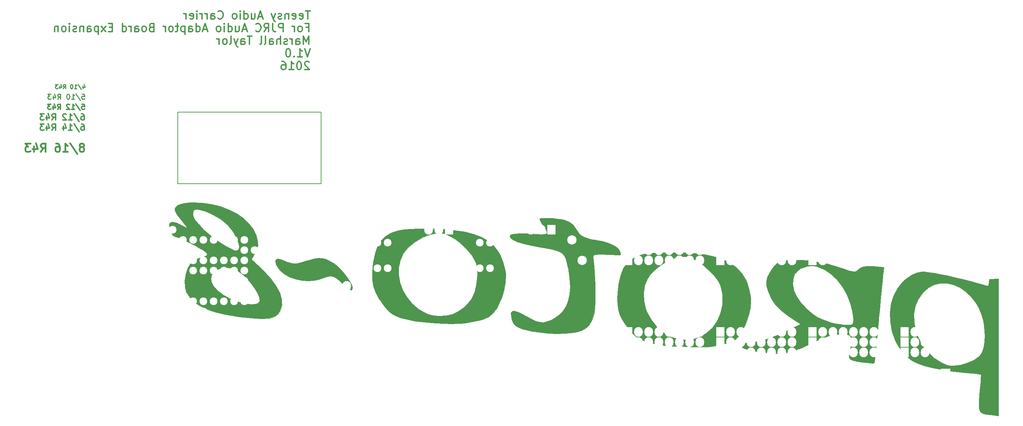
<source format=gbr>
G04 #@! TF.FileFunction,Legend,Bot*
%FSLAX46Y46*%
G04 Gerber Fmt 4.6, Leading zero omitted, Abs format (unit mm)*
G04 Created by KiCad (PCBNEW 4.0.1-stable) date 2/7/2016 5:33:15 PM*
%MOMM*%
G01*
G04 APERTURE LIST*
%ADD10C,0.100000*%
%ADD11C,0.304800*%
%ADD12C,0.200000*%
%ADD13C,0.254000*%
%ADD14C,0.406400*%
%ADD15C,0.355600*%
%ADD16C,0.010000*%
%ADD17C,1.016000*%
%ADD18C,2.279600*%
%ADD19R,2.127200X2.432000*%
%ADD20O,2.127200X2.432000*%
%ADD21R,2.432000X2.432000*%
%ADD22O,2.432000X2.432000*%
%ADD23C,2.686000*%
%ADD24C,3.400000*%
%ADD25C,2.900000*%
%ADD26C,2.400000*%
%ADD27R,2.635200X2.635200*%
%ADD28C,1.924000*%
%ADD29C,2.305000*%
%ADD30R,2.432000X2.127200*%
%ADD31O,2.432000X2.127200*%
G04 APERTURE END LIST*
D10*
D11*
X107756476Y-42118038D02*
X106595333Y-42118038D01*
X107175905Y-44150038D02*
X107175905Y-42118038D01*
X105143905Y-44053276D02*
X105337429Y-44150038D01*
X105724477Y-44150038D01*
X105918000Y-44053276D01*
X106014762Y-43859752D01*
X106014762Y-43085657D01*
X105918000Y-42892133D01*
X105724477Y-42795371D01*
X105337429Y-42795371D01*
X105143905Y-42892133D01*
X105047143Y-43085657D01*
X105047143Y-43279181D01*
X106014762Y-43472705D01*
X103402191Y-44053276D02*
X103595715Y-44150038D01*
X103982763Y-44150038D01*
X104176286Y-44053276D01*
X104273048Y-43859752D01*
X104273048Y-43085657D01*
X104176286Y-42892133D01*
X103982763Y-42795371D01*
X103595715Y-42795371D01*
X103402191Y-42892133D01*
X103305429Y-43085657D01*
X103305429Y-43279181D01*
X104273048Y-43472705D01*
X102434572Y-42795371D02*
X102434572Y-44150038D01*
X102434572Y-42988895D02*
X102337811Y-42892133D01*
X102144287Y-42795371D01*
X101854001Y-42795371D01*
X101660477Y-42892133D01*
X101563715Y-43085657D01*
X101563715Y-44150038D01*
X100692858Y-44053276D02*
X100499335Y-44150038D01*
X100112287Y-44150038D01*
X99918763Y-44053276D01*
X99822001Y-43859752D01*
X99822001Y-43762990D01*
X99918763Y-43569467D01*
X100112287Y-43472705D01*
X100402573Y-43472705D01*
X100596096Y-43375943D01*
X100692858Y-43182419D01*
X100692858Y-43085657D01*
X100596096Y-42892133D01*
X100402573Y-42795371D01*
X100112287Y-42795371D01*
X99918763Y-42892133D01*
X99144668Y-42795371D02*
X98660859Y-44150038D01*
X98177049Y-42795371D02*
X98660859Y-44150038D01*
X98854383Y-44633848D01*
X98951144Y-44730610D01*
X99144668Y-44827371D01*
X95951526Y-43569467D02*
X94983907Y-43569467D01*
X96145050Y-44150038D02*
X95467717Y-42118038D01*
X94790384Y-44150038D01*
X93242193Y-42795371D02*
X93242193Y-44150038D01*
X94113050Y-42795371D02*
X94113050Y-43859752D01*
X94016289Y-44053276D01*
X93822765Y-44150038D01*
X93532479Y-44150038D01*
X93338955Y-44053276D01*
X93242193Y-43956514D01*
X91403717Y-44150038D02*
X91403717Y-42118038D01*
X91403717Y-44053276D02*
X91597241Y-44150038D01*
X91984289Y-44150038D01*
X92177813Y-44053276D01*
X92274574Y-43956514D01*
X92371336Y-43762990D01*
X92371336Y-43182419D01*
X92274574Y-42988895D01*
X92177813Y-42892133D01*
X91984289Y-42795371D01*
X91597241Y-42795371D01*
X91403717Y-42892133D01*
X90436098Y-44150038D02*
X90436098Y-42795371D01*
X90436098Y-42118038D02*
X90532860Y-42214800D01*
X90436098Y-42311562D01*
X90339337Y-42214800D01*
X90436098Y-42118038D01*
X90436098Y-42311562D01*
X89178194Y-44150038D02*
X89371718Y-44053276D01*
X89468479Y-43956514D01*
X89565241Y-43762990D01*
X89565241Y-43182419D01*
X89468479Y-42988895D01*
X89371718Y-42892133D01*
X89178194Y-42795371D01*
X88887908Y-42795371D01*
X88694384Y-42892133D01*
X88597622Y-42988895D01*
X88500860Y-43182419D01*
X88500860Y-43762990D01*
X88597622Y-43956514D01*
X88694384Y-44053276D01*
X88887908Y-44150038D01*
X89178194Y-44150038D01*
X84920671Y-43956514D02*
X85017433Y-44053276D01*
X85307718Y-44150038D01*
X85501242Y-44150038D01*
X85791528Y-44053276D01*
X85985052Y-43859752D01*
X86081813Y-43666229D01*
X86178575Y-43279181D01*
X86178575Y-42988895D01*
X86081813Y-42601848D01*
X85985052Y-42408324D01*
X85791528Y-42214800D01*
X85501242Y-42118038D01*
X85307718Y-42118038D01*
X85017433Y-42214800D01*
X84920671Y-42311562D01*
X83178956Y-44150038D02*
X83178956Y-43085657D01*
X83275718Y-42892133D01*
X83469242Y-42795371D01*
X83856290Y-42795371D01*
X84049813Y-42892133D01*
X83178956Y-44053276D02*
X83372480Y-44150038D01*
X83856290Y-44150038D01*
X84049813Y-44053276D01*
X84146575Y-43859752D01*
X84146575Y-43666229D01*
X84049813Y-43472705D01*
X83856290Y-43375943D01*
X83372480Y-43375943D01*
X83178956Y-43279181D01*
X82211337Y-44150038D02*
X82211337Y-42795371D01*
X82211337Y-43182419D02*
X82114576Y-42988895D01*
X82017814Y-42892133D01*
X81824290Y-42795371D01*
X81630766Y-42795371D01*
X80953432Y-44150038D02*
X80953432Y-42795371D01*
X80953432Y-43182419D02*
X80856671Y-42988895D01*
X80759909Y-42892133D01*
X80566385Y-42795371D01*
X80372861Y-42795371D01*
X79695527Y-44150038D02*
X79695527Y-42795371D01*
X79695527Y-42118038D02*
X79792289Y-42214800D01*
X79695527Y-42311562D01*
X79598766Y-42214800D01*
X79695527Y-42118038D01*
X79695527Y-42311562D01*
X77953813Y-44053276D02*
X78147337Y-44150038D01*
X78534385Y-44150038D01*
X78727908Y-44053276D01*
X78824670Y-43859752D01*
X78824670Y-43085657D01*
X78727908Y-42892133D01*
X78534385Y-42795371D01*
X78147337Y-42795371D01*
X77953813Y-42892133D01*
X77857051Y-43085657D01*
X77857051Y-43279181D01*
X78824670Y-43472705D01*
X76986194Y-44150038D02*
X76986194Y-42795371D01*
X76986194Y-43182419D02*
X76889433Y-42988895D01*
X76792671Y-42892133D01*
X76599147Y-42795371D01*
X76405623Y-42795371D01*
X106788857Y-46235257D02*
X107466190Y-46235257D01*
X107466190Y-47299638D02*
X107466190Y-45267638D01*
X106498571Y-45267638D01*
X105434191Y-47299638D02*
X105627715Y-47202876D01*
X105724476Y-47106114D01*
X105821238Y-46912590D01*
X105821238Y-46332019D01*
X105724476Y-46138495D01*
X105627715Y-46041733D01*
X105434191Y-45944971D01*
X105143905Y-45944971D01*
X104950381Y-46041733D01*
X104853619Y-46138495D01*
X104756857Y-46332019D01*
X104756857Y-46912590D01*
X104853619Y-47106114D01*
X104950381Y-47202876D01*
X105143905Y-47299638D01*
X105434191Y-47299638D01*
X103886000Y-47299638D02*
X103886000Y-45944971D01*
X103886000Y-46332019D02*
X103789239Y-46138495D01*
X103692477Y-46041733D01*
X103498953Y-45944971D01*
X103305429Y-45944971D01*
X101079905Y-47299638D02*
X101079905Y-45267638D01*
X100305810Y-45267638D01*
X100112286Y-45364400D01*
X100015525Y-45461162D01*
X99918763Y-45654686D01*
X99918763Y-45944971D01*
X100015525Y-46138495D01*
X100112286Y-46235257D01*
X100305810Y-46332019D01*
X101079905Y-46332019D01*
X98467334Y-45267638D02*
X98467334Y-46719067D01*
X98564096Y-47009352D01*
X98757620Y-47202876D01*
X99047905Y-47299638D01*
X99241429Y-47299638D01*
X96338573Y-47299638D02*
X97015906Y-46332019D01*
X97499715Y-47299638D02*
X97499715Y-45267638D01*
X96725620Y-45267638D01*
X96532096Y-45364400D01*
X96435335Y-45461162D01*
X96338573Y-45654686D01*
X96338573Y-45944971D01*
X96435335Y-46138495D01*
X96532096Y-46235257D01*
X96725620Y-46332019D01*
X97499715Y-46332019D01*
X94306573Y-47106114D02*
X94403335Y-47202876D01*
X94693620Y-47299638D01*
X94887144Y-47299638D01*
X95177430Y-47202876D01*
X95370954Y-47009352D01*
X95467715Y-46815829D01*
X95564477Y-46428781D01*
X95564477Y-46138495D01*
X95467715Y-45751448D01*
X95370954Y-45557924D01*
X95177430Y-45364400D01*
X94887144Y-45267638D01*
X94693620Y-45267638D01*
X94403335Y-45364400D01*
X94306573Y-45461162D01*
X91984287Y-46719067D02*
X91016668Y-46719067D01*
X92177811Y-47299638D02*
X91500478Y-45267638D01*
X90823145Y-47299638D01*
X89274954Y-45944971D02*
X89274954Y-47299638D01*
X90145811Y-45944971D02*
X90145811Y-47009352D01*
X90049050Y-47202876D01*
X89855526Y-47299638D01*
X89565240Y-47299638D01*
X89371716Y-47202876D01*
X89274954Y-47106114D01*
X87436478Y-47299638D02*
X87436478Y-45267638D01*
X87436478Y-47202876D02*
X87630002Y-47299638D01*
X88017050Y-47299638D01*
X88210574Y-47202876D01*
X88307335Y-47106114D01*
X88404097Y-46912590D01*
X88404097Y-46332019D01*
X88307335Y-46138495D01*
X88210574Y-46041733D01*
X88017050Y-45944971D01*
X87630002Y-45944971D01*
X87436478Y-46041733D01*
X86468859Y-47299638D02*
X86468859Y-45944971D01*
X86468859Y-45267638D02*
X86565621Y-45364400D01*
X86468859Y-45461162D01*
X86372098Y-45364400D01*
X86468859Y-45267638D01*
X86468859Y-45461162D01*
X85210955Y-47299638D02*
X85404479Y-47202876D01*
X85501240Y-47106114D01*
X85598002Y-46912590D01*
X85598002Y-46332019D01*
X85501240Y-46138495D01*
X85404479Y-46041733D01*
X85210955Y-45944971D01*
X84920669Y-45944971D01*
X84727145Y-46041733D01*
X84630383Y-46138495D01*
X84533621Y-46332019D01*
X84533621Y-46912590D01*
X84630383Y-47106114D01*
X84727145Y-47202876D01*
X84920669Y-47299638D01*
X85210955Y-47299638D01*
X82211336Y-46719067D02*
X81243717Y-46719067D01*
X82404860Y-47299638D02*
X81727527Y-45267638D01*
X81050194Y-47299638D01*
X79502003Y-47299638D02*
X79502003Y-45267638D01*
X79502003Y-47202876D02*
X79695527Y-47299638D01*
X80082575Y-47299638D01*
X80276099Y-47202876D01*
X80372860Y-47106114D01*
X80469622Y-46912590D01*
X80469622Y-46332019D01*
X80372860Y-46138495D01*
X80276099Y-46041733D01*
X80082575Y-45944971D01*
X79695527Y-45944971D01*
X79502003Y-46041733D01*
X77663527Y-47299638D02*
X77663527Y-46235257D01*
X77760289Y-46041733D01*
X77953813Y-45944971D01*
X78340861Y-45944971D01*
X78534384Y-46041733D01*
X77663527Y-47202876D02*
X77857051Y-47299638D01*
X78340861Y-47299638D01*
X78534384Y-47202876D01*
X78631146Y-47009352D01*
X78631146Y-46815829D01*
X78534384Y-46622305D01*
X78340861Y-46525543D01*
X77857051Y-46525543D01*
X77663527Y-46428781D01*
X76695908Y-45944971D02*
X76695908Y-47976971D01*
X76695908Y-46041733D02*
X76502385Y-45944971D01*
X76115337Y-45944971D01*
X75921813Y-46041733D01*
X75825051Y-46138495D01*
X75728289Y-46332019D01*
X75728289Y-46912590D01*
X75825051Y-47106114D01*
X75921813Y-47202876D01*
X76115337Y-47299638D01*
X76502385Y-47299638D01*
X76695908Y-47202876D01*
X75147718Y-45944971D02*
X74373623Y-45944971D01*
X74857432Y-45267638D02*
X74857432Y-47009352D01*
X74760671Y-47202876D01*
X74567147Y-47299638D01*
X74373623Y-47299638D01*
X73406004Y-47299638D02*
X73599528Y-47202876D01*
X73696289Y-47106114D01*
X73793051Y-46912590D01*
X73793051Y-46332019D01*
X73696289Y-46138495D01*
X73599528Y-46041733D01*
X73406004Y-45944971D01*
X73115718Y-45944971D01*
X72922194Y-46041733D01*
X72825432Y-46138495D01*
X72728670Y-46332019D01*
X72728670Y-46912590D01*
X72825432Y-47106114D01*
X72922194Y-47202876D01*
X73115718Y-47299638D01*
X73406004Y-47299638D01*
X71857813Y-47299638D02*
X71857813Y-45944971D01*
X71857813Y-46332019D02*
X71761052Y-46138495D01*
X71664290Y-46041733D01*
X71470766Y-45944971D01*
X71277242Y-45944971D01*
X68374385Y-46235257D02*
X68084099Y-46332019D01*
X67987338Y-46428781D01*
X67890576Y-46622305D01*
X67890576Y-46912590D01*
X67987338Y-47106114D01*
X68084099Y-47202876D01*
X68277623Y-47299638D01*
X69051718Y-47299638D01*
X69051718Y-45267638D01*
X68374385Y-45267638D01*
X68180861Y-45364400D01*
X68084099Y-45461162D01*
X67987338Y-45654686D01*
X67987338Y-45848210D01*
X68084099Y-46041733D01*
X68180861Y-46138495D01*
X68374385Y-46235257D01*
X69051718Y-46235257D01*
X66729433Y-47299638D02*
X66922957Y-47202876D01*
X67019718Y-47106114D01*
X67116480Y-46912590D01*
X67116480Y-46332019D01*
X67019718Y-46138495D01*
X66922957Y-46041733D01*
X66729433Y-45944971D01*
X66439147Y-45944971D01*
X66245623Y-46041733D01*
X66148861Y-46138495D01*
X66052099Y-46332019D01*
X66052099Y-46912590D01*
X66148861Y-47106114D01*
X66245623Y-47202876D01*
X66439147Y-47299638D01*
X66729433Y-47299638D01*
X64310385Y-47299638D02*
X64310385Y-46235257D01*
X64407147Y-46041733D01*
X64600671Y-45944971D01*
X64987719Y-45944971D01*
X65181242Y-46041733D01*
X64310385Y-47202876D02*
X64503909Y-47299638D01*
X64987719Y-47299638D01*
X65181242Y-47202876D01*
X65278004Y-47009352D01*
X65278004Y-46815829D01*
X65181242Y-46622305D01*
X64987719Y-46525543D01*
X64503909Y-46525543D01*
X64310385Y-46428781D01*
X63342766Y-47299638D02*
X63342766Y-45944971D01*
X63342766Y-46332019D02*
X63246005Y-46138495D01*
X63149243Y-46041733D01*
X62955719Y-45944971D01*
X62762195Y-45944971D01*
X61214004Y-47299638D02*
X61214004Y-45267638D01*
X61214004Y-47202876D02*
X61407528Y-47299638D01*
X61794576Y-47299638D01*
X61988100Y-47202876D01*
X62084861Y-47106114D01*
X62181623Y-46912590D01*
X62181623Y-46332019D01*
X62084861Y-46138495D01*
X61988100Y-46041733D01*
X61794576Y-45944971D01*
X61407528Y-45944971D01*
X61214004Y-46041733D01*
X58698195Y-46235257D02*
X58020862Y-46235257D01*
X57730576Y-47299638D02*
X58698195Y-47299638D01*
X58698195Y-45267638D01*
X57730576Y-45267638D01*
X57053243Y-47299638D02*
X55988862Y-45944971D01*
X57053243Y-45944971D02*
X55988862Y-47299638D01*
X55214767Y-45944971D02*
X55214767Y-47976971D01*
X55214767Y-46041733D02*
X55021244Y-45944971D01*
X54634196Y-45944971D01*
X54440672Y-46041733D01*
X54343910Y-46138495D01*
X54247148Y-46332019D01*
X54247148Y-46912590D01*
X54343910Y-47106114D01*
X54440672Y-47202876D01*
X54634196Y-47299638D01*
X55021244Y-47299638D01*
X55214767Y-47202876D01*
X52505434Y-47299638D02*
X52505434Y-46235257D01*
X52602196Y-46041733D01*
X52795720Y-45944971D01*
X53182768Y-45944971D01*
X53376291Y-46041733D01*
X52505434Y-47202876D02*
X52698958Y-47299638D01*
X53182768Y-47299638D01*
X53376291Y-47202876D01*
X53473053Y-47009352D01*
X53473053Y-46815829D01*
X53376291Y-46622305D01*
X53182768Y-46525543D01*
X52698958Y-46525543D01*
X52505434Y-46428781D01*
X51537815Y-45944971D02*
X51537815Y-47299638D01*
X51537815Y-46138495D02*
X51441054Y-46041733D01*
X51247530Y-45944971D01*
X50957244Y-45944971D01*
X50763720Y-46041733D01*
X50666958Y-46235257D01*
X50666958Y-47299638D01*
X49796101Y-47202876D02*
X49602578Y-47299638D01*
X49215530Y-47299638D01*
X49022006Y-47202876D01*
X48925244Y-47009352D01*
X48925244Y-46912590D01*
X49022006Y-46719067D01*
X49215530Y-46622305D01*
X49505816Y-46622305D01*
X49699339Y-46525543D01*
X49796101Y-46332019D01*
X49796101Y-46235257D01*
X49699339Y-46041733D01*
X49505816Y-45944971D01*
X49215530Y-45944971D01*
X49022006Y-46041733D01*
X48054387Y-47299638D02*
X48054387Y-45944971D01*
X48054387Y-45267638D02*
X48151149Y-45364400D01*
X48054387Y-45461162D01*
X47957626Y-45364400D01*
X48054387Y-45267638D01*
X48054387Y-45461162D01*
X46796483Y-47299638D02*
X46990007Y-47202876D01*
X47086768Y-47106114D01*
X47183530Y-46912590D01*
X47183530Y-46332019D01*
X47086768Y-46138495D01*
X46990007Y-46041733D01*
X46796483Y-45944971D01*
X46506197Y-45944971D01*
X46312673Y-46041733D01*
X46215911Y-46138495D01*
X46119149Y-46332019D01*
X46119149Y-46912590D01*
X46215911Y-47106114D01*
X46312673Y-47202876D01*
X46506197Y-47299638D01*
X46796483Y-47299638D01*
X45248292Y-45944971D02*
X45248292Y-47299638D01*
X45248292Y-46138495D02*
X45151531Y-46041733D01*
X44958007Y-45944971D01*
X44667721Y-45944971D01*
X44474197Y-46041733D01*
X44377435Y-46235257D01*
X44377435Y-47299638D01*
X107466190Y-50449238D02*
X107466190Y-48417238D01*
X106788857Y-49868667D01*
X106111524Y-48417238D01*
X106111524Y-50449238D01*
X104273047Y-50449238D02*
X104273047Y-49384857D01*
X104369809Y-49191333D01*
X104563333Y-49094571D01*
X104950381Y-49094571D01*
X105143904Y-49191333D01*
X104273047Y-50352476D02*
X104466571Y-50449238D01*
X104950381Y-50449238D01*
X105143904Y-50352476D01*
X105240666Y-50158952D01*
X105240666Y-49965429D01*
X105143904Y-49771905D01*
X104950381Y-49675143D01*
X104466571Y-49675143D01*
X104273047Y-49578381D01*
X103305428Y-50449238D02*
X103305428Y-49094571D01*
X103305428Y-49481619D02*
X103208667Y-49288095D01*
X103111905Y-49191333D01*
X102918381Y-49094571D01*
X102724857Y-49094571D01*
X102144285Y-50352476D02*
X101950762Y-50449238D01*
X101563714Y-50449238D01*
X101370190Y-50352476D01*
X101273428Y-50158952D01*
X101273428Y-50062190D01*
X101370190Y-49868667D01*
X101563714Y-49771905D01*
X101854000Y-49771905D01*
X102047523Y-49675143D01*
X102144285Y-49481619D01*
X102144285Y-49384857D01*
X102047523Y-49191333D01*
X101854000Y-49094571D01*
X101563714Y-49094571D01*
X101370190Y-49191333D01*
X100402571Y-50449238D02*
X100402571Y-48417238D01*
X99531714Y-50449238D02*
X99531714Y-49384857D01*
X99628476Y-49191333D01*
X99822000Y-49094571D01*
X100112286Y-49094571D01*
X100305810Y-49191333D01*
X100402571Y-49288095D01*
X97693238Y-50449238D02*
X97693238Y-49384857D01*
X97790000Y-49191333D01*
X97983524Y-49094571D01*
X98370572Y-49094571D01*
X98564095Y-49191333D01*
X97693238Y-50352476D02*
X97886762Y-50449238D01*
X98370572Y-50449238D01*
X98564095Y-50352476D01*
X98660857Y-50158952D01*
X98660857Y-49965429D01*
X98564095Y-49771905D01*
X98370572Y-49675143D01*
X97886762Y-49675143D01*
X97693238Y-49578381D01*
X96435334Y-50449238D02*
X96628858Y-50352476D01*
X96725619Y-50158952D01*
X96725619Y-48417238D01*
X95370953Y-50449238D02*
X95564477Y-50352476D01*
X95661238Y-50158952D01*
X95661238Y-48417238D01*
X93338953Y-48417238D02*
X92177810Y-48417238D01*
X92758382Y-50449238D02*
X92758382Y-48417238D01*
X90629620Y-50449238D02*
X90629620Y-49384857D01*
X90726382Y-49191333D01*
X90919906Y-49094571D01*
X91306954Y-49094571D01*
X91500477Y-49191333D01*
X90629620Y-50352476D02*
X90823144Y-50449238D01*
X91306954Y-50449238D01*
X91500477Y-50352476D01*
X91597239Y-50158952D01*
X91597239Y-49965429D01*
X91500477Y-49771905D01*
X91306954Y-49675143D01*
X90823144Y-49675143D01*
X90629620Y-49578381D01*
X89855525Y-49094571D02*
X89371716Y-50449238D01*
X88887906Y-49094571D02*
X89371716Y-50449238D01*
X89565240Y-50933048D01*
X89662001Y-51029810D01*
X89855525Y-51126571D01*
X87823526Y-50449238D02*
X88017050Y-50352476D01*
X88113811Y-50158952D01*
X88113811Y-48417238D01*
X86759145Y-50449238D02*
X86952669Y-50352476D01*
X87049430Y-50255714D01*
X87146192Y-50062190D01*
X87146192Y-49481619D01*
X87049430Y-49288095D01*
X86952669Y-49191333D01*
X86759145Y-49094571D01*
X86468859Y-49094571D01*
X86275335Y-49191333D01*
X86178573Y-49288095D01*
X86081811Y-49481619D01*
X86081811Y-50062190D01*
X86178573Y-50255714D01*
X86275335Y-50352476D01*
X86468859Y-50449238D01*
X86759145Y-50449238D01*
X85210954Y-50449238D02*
X85210954Y-49094571D01*
X85210954Y-49481619D02*
X85114193Y-49288095D01*
X85017431Y-49191333D01*
X84823907Y-49094571D01*
X84630383Y-49094571D01*
X107756476Y-51566838D02*
X107079143Y-53598838D01*
X106401810Y-51566838D01*
X104660096Y-53598838D02*
X105821238Y-53598838D01*
X105240667Y-53598838D02*
X105240667Y-51566838D01*
X105434191Y-51857124D01*
X105627715Y-52050648D01*
X105821238Y-52147410D01*
X103789238Y-53405314D02*
X103692477Y-53502076D01*
X103789238Y-53598838D01*
X103886000Y-53502076D01*
X103789238Y-53405314D01*
X103789238Y-53598838D01*
X102434572Y-51566838D02*
X102241048Y-51566838D01*
X102047524Y-51663600D01*
X101950762Y-51760362D01*
X101854000Y-51953886D01*
X101757239Y-52340933D01*
X101757239Y-52824743D01*
X101854000Y-53211790D01*
X101950762Y-53405314D01*
X102047524Y-53502076D01*
X102241048Y-53598838D01*
X102434572Y-53598838D01*
X102628096Y-53502076D01*
X102724858Y-53405314D01*
X102821619Y-53211790D01*
X102918381Y-52824743D01*
X102918381Y-52340933D01*
X102821619Y-51953886D01*
X102724858Y-51760362D01*
X102628096Y-51663600D01*
X102434572Y-51566838D01*
X107562952Y-54909962D02*
X107466190Y-54813200D01*
X107272667Y-54716438D01*
X106788857Y-54716438D01*
X106595333Y-54813200D01*
X106498571Y-54909962D01*
X106401810Y-55103486D01*
X106401810Y-55297010D01*
X106498571Y-55587295D01*
X107659714Y-56748438D01*
X106401810Y-56748438D01*
X105143905Y-54716438D02*
X104950381Y-54716438D01*
X104756857Y-54813200D01*
X104660095Y-54909962D01*
X104563333Y-55103486D01*
X104466572Y-55490533D01*
X104466572Y-55974343D01*
X104563333Y-56361390D01*
X104660095Y-56554914D01*
X104756857Y-56651676D01*
X104950381Y-56748438D01*
X105143905Y-56748438D01*
X105337429Y-56651676D01*
X105434191Y-56554914D01*
X105530952Y-56361390D01*
X105627714Y-55974343D01*
X105627714Y-55490533D01*
X105530952Y-55103486D01*
X105434191Y-54909962D01*
X105337429Y-54813200D01*
X105143905Y-54716438D01*
X102531334Y-56748438D02*
X103692476Y-56748438D01*
X103111905Y-56748438D02*
X103111905Y-54716438D01*
X103305429Y-55006724D01*
X103498953Y-55200248D01*
X103692476Y-55297010D01*
X100789619Y-54716438D02*
X101176667Y-54716438D01*
X101370191Y-54813200D01*
X101466953Y-54909962D01*
X101660476Y-55200248D01*
X101757238Y-55587295D01*
X101757238Y-56361390D01*
X101660476Y-56554914D01*
X101563715Y-56651676D01*
X101370191Y-56748438D01*
X100983143Y-56748438D01*
X100789619Y-56651676D01*
X100692857Y-56554914D01*
X100596096Y-56361390D01*
X100596096Y-55877581D01*
X100692857Y-55684057D01*
X100789619Y-55587295D01*
X100983143Y-55490533D01*
X101370191Y-55490533D01*
X101563715Y-55587295D01*
X101660476Y-55684057D01*
X101757238Y-55877581D01*
D12*
X74930000Y-85090000D02*
X74930000Y-67310000D01*
X110490000Y-85090000D02*
X74930000Y-85090000D01*
X110490000Y-67310000D02*
X74930000Y-67310000D01*
X110490000Y-85090000D02*
X110490000Y-67310000D01*
D13*
X51392667Y-60742286D02*
X51392667Y-61419619D01*
X51634571Y-60355238D02*
X51876476Y-61080952D01*
X51247524Y-61080952D01*
X50134762Y-60355238D02*
X51005619Y-61661524D01*
X49263905Y-61419619D02*
X49844476Y-61419619D01*
X49554190Y-61419619D02*
X49554190Y-60403619D01*
X49650952Y-60548762D01*
X49747714Y-60645524D01*
X49844476Y-60693905D01*
X48634952Y-60403619D02*
X48538191Y-60403619D01*
X48441429Y-60452000D01*
X48393048Y-60500381D01*
X48344667Y-60597143D01*
X48296286Y-60790667D01*
X48296286Y-61032571D01*
X48344667Y-61226095D01*
X48393048Y-61322857D01*
X48441429Y-61371238D01*
X48538191Y-61419619D01*
X48634952Y-61419619D01*
X48731714Y-61371238D01*
X48780095Y-61322857D01*
X48828476Y-61226095D01*
X48876857Y-61032571D01*
X48876857Y-60790667D01*
X48828476Y-60597143D01*
X48780095Y-60500381D01*
X48731714Y-60452000D01*
X48634952Y-60403619D01*
X46506191Y-61419619D02*
X46844857Y-60935810D01*
X47086762Y-61419619D02*
X47086762Y-60403619D01*
X46699715Y-60403619D01*
X46602953Y-60452000D01*
X46554572Y-60500381D01*
X46506191Y-60597143D01*
X46506191Y-60742286D01*
X46554572Y-60839048D01*
X46602953Y-60887429D01*
X46699715Y-60935810D01*
X47086762Y-60935810D01*
X45635334Y-60742286D02*
X45635334Y-61419619D01*
X45877238Y-60355238D02*
X46119143Y-61080952D01*
X45490191Y-61080952D01*
X45199905Y-60403619D02*
X44570953Y-60403619D01*
X44909619Y-60790667D01*
X44764477Y-60790667D01*
X44667715Y-60839048D01*
X44619334Y-60887429D01*
X44570953Y-60984190D01*
X44570953Y-61226095D01*
X44619334Y-61322857D01*
X44667715Y-61371238D01*
X44764477Y-61419619D01*
X45054762Y-61419619D01*
X45151524Y-61371238D01*
X45199905Y-61322857D01*
D14*
X51295905Y-75958095D02*
X51489429Y-75861333D01*
X51586190Y-75764571D01*
X51682952Y-75571048D01*
X51682952Y-75474286D01*
X51586190Y-75280762D01*
X51489429Y-75184000D01*
X51295905Y-75087238D01*
X50908857Y-75087238D01*
X50715333Y-75184000D01*
X50618571Y-75280762D01*
X50521810Y-75474286D01*
X50521810Y-75571048D01*
X50618571Y-75764571D01*
X50715333Y-75861333D01*
X50908857Y-75958095D01*
X51295905Y-75958095D01*
X51489429Y-76054857D01*
X51586190Y-76151619D01*
X51682952Y-76345143D01*
X51682952Y-76732190D01*
X51586190Y-76925714D01*
X51489429Y-77022476D01*
X51295905Y-77119238D01*
X50908857Y-77119238D01*
X50715333Y-77022476D01*
X50618571Y-76925714D01*
X50521810Y-76732190D01*
X50521810Y-76345143D01*
X50618571Y-76151619D01*
X50715333Y-76054857D01*
X50908857Y-75958095D01*
X48199524Y-74990476D02*
X49941238Y-77603048D01*
X46457810Y-77119238D02*
X47618952Y-77119238D01*
X47038381Y-77119238D02*
X47038381Y-75087238D01*
X47231905Y-75377524D01*
X47425429Y-75571048D01*
X47618952Y-75667810D01*
X44716095Y-75087238D02*
X45103143Y-75087238D01*
X45296667Y-75184000D01*
X45393429Y-75280762D01*
X45586952Y-75571048D01*
X45683714Y-75958095D01*
X45683714Y-76732190D01*
X45586952Y-76925714D01*
X45490191Y-77022476D01*
X45296667Y-77119238D01*
X44909619Y-77119238D01*
X44716095Y-77022476D01*
X44619333Y-76925714D01*
X44522572Y-76732190D01*
X44522572Y-76248381D01*
X44619333Y-76054857D01*
X44716095Y-75958095D01*
X44909619Y-75861333D01*
X45296667Y-75861333D01*
X45490191Y-75958095D01*
X45586952Y-76054857D01*
X45683714Y-76248381D01*
X40942382Y-77119238D02*
X41619715Y-76151619D01*
X42103524Y-77119238D02*
X42103524Y-75087238D01*
X41329429Y-75087238D01*
X41135905Y-75184000D01*
X41039144Y-75280762D01*
X40942382Y-75474286D01*
X40942382Y-75764571D01*
X41039144Y-75958095D01*
X41135905Y-76054857D01*
X41329429Y-76151619D01*
X42103524Y-76151619D01*
X39200667Y-75764571D02*
X39200667Y-77119238D01*
X39684477Y-74990476D02*
X40168286Y-76441905D01*
X38910382Y-76441905D01*
X38329810Y-75087238D02*
X37071906Y-75087238D01*
X37749239Y-75861333D01*
X37458953Y-75861333D01*
X37265429Y-75958095D01*
X37168667Y-76054857D01*
X37071906Y-76248381D01*
X37071906Y-76732190D01*
X37168667Y-76925714D01*
X37265429Y-77022476D01*
X37458953Y-77119238D01*
X38039525Y-77119238D01*
X38233048Y-77022476D01*
X38329810Y-76925714D01*
D15*
X51054000Y-70285429D02*
X51344286Y-70285429D01*
X51489429Y-70358000D01*
X51562000Y-70430571D01*
X51707143Y-70648286D01*
X51779714Y-70938571D01*
X51779714Y-71519143D01*
X51707143Y-71664286D01*
X51634571Y-71736857D01*
X51489429Y-71809429D01*
X51199143Y-71809429D01*
X51054000Y-71736857D01*
X50981429Y-71664286D01*
X50908857Y-71519143D01*
X50908857Y-71156286D01*
X50981429Y-71011143D01*
X51054000Y-70938571D01*
X51199143Y-70866000D01*
X51489429Y-70866000D01*
X51634571Y-70938571D01*
X51707143Y-71011143D01*
X51779714Y-71156286D01*
X49167142Y-70212857D02*
X50473428Y-72172286D01*
X47860857Y-71809429D02*
X48731714Y-71809429D01*
X48296286Y-71809429D02*
X48296286Y-70285429D01*
X48441429Y-70503143D01*
X48586571Y-70648286D01*
X48731714Y-70720857D01*
X46554571Y-70793429D02*
X46554571Y-71809429D01*
X46917428Y-70212857D02*
X47280285Y-71301429D01*
X46336857Y-71301429D01*
X43724285Y-71809429D02*
X44232285Y-71083714D01*
X44595142Y-71809429D02*
X44595142Y-70285429D01*
X44014570Y-70285429D01*
X43869428Y-70358000D01*
X43796856Y-70430571D01*
X43724285Y-70575714D01*
X43724285Y-70793429D01*
X43796856Y-70938571D01*
X43869428Y-71011143D01*
X44014570Y-71083714D01*
X44595142Y-71083714D01*
X42417999Y-70793429D02*
X42417999Y-71809429D01*
X42780856Y-70212857D02*
X43143713Y-71301429D01*
X42200285Y-71301429D01*
X41764856Y-70285429D02*
X40821427Y-70285429D01*
X41329427Y-70866000D01*
X41111713Y-70866000D01*
X40966570Y-70938571D01*
X40893999Y-71011143D01*
X40821427Y-71156286D01*
X40821427Y-71519143D01*
X40893999Y-71664286D01*
X40966570Y-71736857D01*
X41111713Y-71809429D01*
X41547141Y-71809429D01*
X41692284Y-71736857D01*
X41764856Y-71664286D01*
D13*
X51162857Y-62804524D02*
X51767619Y-62804524D01*
X51828095Y-63409286D01*
X51767619Y-63348810D01*
X51646667Y-63288333D01*
X51344286Y-63288333D01*
X51223333Y-63348810D01*
X51162857Y-63409286D01*
X51102381Y-63530238D01*
X51102381Y-63832619D01*
X51162857Y-63953571D01*
X51223333Y-64014048D01*
X51344286Y-64074524D01*
X51646667Y-64074524D01*
X51767619Y-64014048D01*
X51828095Y-63953571D01*
X49650952Y-62744048D02*
X50739524Y-64376905D01*
X48562381Y-64074524D02*
X49288095Y-64074524D01*
X48925238Y-64074524D02*
X48925238Y-62804524D01*
X49046190Y-62985952D01*
X49167143Y-63106905D01*
X49288095Y-63167381D01*
X47776190Y-62804524D02*
X47655238Y-62804524D01*
X47534286Y-62865000D01*
X47473809Y-62925476D01*
X47413333Y-63046429D01*
X47352857Y-63288333D01*
X47352857Y-63590714D01*
X47413333Y-63832619D01*
X47473809Y-63953571D01*
X47534286Y-64014048D01*
X47655238Y-64074524D01*
X47776190Y-64074524D01*
X47897143Y-64014048D01*
X47957619Y-63953571D01*
X48018095Y-63832619D01*
X48078571Y-63590714D01*
X48078571Y-63288333D01*
X48018095Y-63046429D01*
X47957619Y-62925476D01*
X47897143Y-62865000D01*
X47776190Y-62804524D01*
X45115238Y-64074524D02*
X45538571Y-63469762D01*
X45840952Y-64074524D02*
X45840952Y-62804524D01*
X45357143Y-62804524D01*
X45236190Y-62865000D01*
X45175714Y-62925476D01*
X45115238Y-63046429D01*
X45115238Y-63227857D01*
X45175714Y-63348810D01*
X45236190Y-63409286D01*
X45357143Y-63469762D01*
X45840952Y-63469762D01*
X44026666Y-63227857D02*
X44026666Y-64074524D01*
X44329047Y-62744048D02*
X44631428Y-63651190D01*
X43845238Y-63651190D01*
X43482380Y-62804524D02*
X42696190Y-62804524D01*
X43119523Y-63288333D01*
X42938095Y-63288333D01*
X42817142Y-63348810D01*
X42756666Y-63409286D01*
X42696190Y-63530238D01*
X42696190Y-63832619D01*
X42756666Y-63953571D01*
X42817142Y-64014048D01*
X42938095Y-64074524D01*
X43300952Y-64074524D01*
X43421904Y-64014048D01*
X43482380Y-63953571D01*
D11*
X51162857Y-65344524D02*
X51767619Y-65344524D01*
X51828095Y-65949286D01*
X51767619Y-65888810D01*
X51646667Y-65828333D01*
X51344286Y-65828333D01*
X51223333Y-65888810D01*
X51162857Y-65949286D01*
X51102381Y-66070238D01*
X51102381Y-66372619D01*
X51162857Y-66493571D01*
X51223333Y-66554048D01*
X51344286Y-66614524D01*
X51646667Y-66614524D01*
X51767619Y-66554048D01*
X51828095Y-66493571D01*
X49650952Y-65284048D02*
X50739524Y-66916905D01*
X48562381Y-66614524D02*
X49288095Y-66614524D01*
X48925238Y-66614524D02*
X48925238Y-65344524D01*
X49046190Y-65525952D01*
X49167143Y-65646905D01*
X49288095Y-65707381D01*
X48078571Y-65465476D02*
X48018095Y-65405000D01*
X47897143Y-65344524D01*
X47594762Y-65344524D01*
X47473809Y-65405000D01*
X47413333Y-65465476D01*
X47352857Y-65586429D01*
X47352857Y-65707381D01*
X47413333Y-65888810D01*
X48139047Y-66614524D01*
X47352857Y-66614524D01*
X45115238Y-66614524D02*
X45538571Y-66009762D01*
X45840952Y-66614524D02*
X45840952Y-65344524D01*
X45357143Y-65344524D01*
X45236190Y-65405000D01*
X45175714Y-65465476D01*
X45115238Y-65586429D01*
X45115238Y-65767857D01*
X45175714Y-65888810D01*
X45236190Y-65949286D01*
X45357143Y-66009762D01*
X45840952Y-66009762D01*
X44026666Y-65767857D02*
X44026666Y-66614524D01*
X44329047Y-65284048D02*
X44631428Y-66191190D01*
X43845238Y-66191190D01*
X43482380Y-65344524D02*
X42696190Y-65344524D01*
X43119523Y-65828333D01*
X42938095Y-65828333D01*
X42817142Y-65888810D01*
X42756666Y-65949286D01*
X42696190Y-66070238D01*
X42696190Y-66372619D01*
X42756666Y-66493571D01*
X42817142Y-66554048D01*
X42938095Y-66614524D01*
X43300952Y-66614524D01*
X43421904Y-66554048D01*
X43482380Y-66493571D01*
X51054000Y-67745429D02*
X51344286Y-67745429D01*
X51489429Y-67818000D01*
X51562000Y-67890571D01*
X51707143Y-68108286D01*
X51779714Y-68398571D01*
X51779714Y-68979143D01*
X51707143Y-69124286D01*
X51634571Y-69196857D01*
X51489429Y-69269429D01*
X51199143Y-69269429D01*
X51054000Y-69196857D01*
X50981429Y-69124286D01*
X50908857Y-68979143D01*
X50908857Y-68616286D01*
X50981429Y-68471143D01*
X51054000Y-68398571D01*
X51199143Y-68326000D01*
X51489429Y-68326000D01*
X51634571Y-68398571D01*
X51707143Y-68471143D01*
X51779714Y-68616286D01*
X49167142Y-67672857D02*
X50473428Y-69632286D01*
X47860857Y-69269429D02*
X48731714Y-69269429D01*
X48296286Y-69269429D02*
X48296286Y-67745429D01*
X48441429Y-67963143D01*
X48586571Y-68108286D01*
X48731714Y-68180857D01*
X47280285Y-67890571D02*
X47207714Y-67818000D01*
X47062571Y-67745429D01*
X46699714Y-67745429D01*
X46554571Y-67818000D01*
X46482000Y-67890571D01*
X46409428Y-68035714D01*
X46409428Y-68180857D01*
X46482000Y-68398571D01*
X47352857Y-69269429D01*
X46409428Y-69269429D01*
X43724285Y-69269429D02*
X44232285Y-68543714D01*
X44595142Y-69269429D02*
X44595142Y-67745429D01*
X44014570Y-67745429D01*
X43869428Y-67818000D01*
X43796856Y-67890571D01*
X43724285Y-68035714D01*
X43724285Y-68253429D01*
X43796856Y-68398571D01*
X43869428Y-68471143D01*
X44014570Y-68543714D01*
X44595142Y-68543714D01*
X42417999Y-68253429D02*
X42417999Y-69269429D01*
X42780856Y-67672857D02*
X43143713Y-68761429D01*
X42200285Y-68761429D01*
X41764856Y-67745429D02*
X40821427Y-67745429D01*
X41329427Y-68326000D01*
X41111713Y-68326000D01*
X40966570Y-68398571D01*
X40893999Y-68471143D01*
X40821427Y-68616286D01*
X40821427Y-68979143D01*
X40893999Y-69124286D01*
X40966570Y-69196857D01*
X41111713Y-69269429D01*
X41547141Y-69269429D01*
X41692284Y-69196857D01*
X41764856Y-69124286D01*
D16*
G36*
X258323001Y-107148055D02*
X256938009Y-107781695D01*
X255510981Y-108822130D01*
X254778511Y-109501591D01*
X253506617Y-111069281D01*
X252555594Y-112889162D01*
X251931561Y-114903481D01*
X251640635Y-117054489D01*
X251688934Y-119284435D01*
X252082575Y-121535566D01*
X252827677Y-123750134D01*
X253186157Y-124533461D01*
X253847694Y-125647485D01*
X254723474Y-126802236D01*
X255705085Y-127875059D01*
X256684118Y-128743296D01*
X257246817Y-129127718D01*
X258502851Y-129723813D01*
X260144425Y-130284619D01*
X262115910Y-130797259D01*
X264361676Y-131248856D01*
X266826093Y-131626532D01*
X269195826Y-131893616D01*
X270782773Y-132044241D01*
X271985003Y-132161691D01*
X272857712Y-132252871D01*
X273456102Y-132324686D01*
X273835369Y-132384042D01*
X274050714Y-132437844D01*
X274157334Y-132492998D01*
X274182285Y-132517427D01*
X274209977Y-132783275D01*
X274189548Y-133394571D01*
X274126155Y-134258250D01*
X274033284Y-135205304D01*
X273914321Y-136457835D01*
X273817436Y-137776517D01*
X273755525Y-138969379D01*
X273740303Y-139567478D01*
X273770788Y-140682244D01*
X273924213Y-141439679D01*
X274257351Y-141919205D01*
X274826975Y-142200247D01*
X275689857Y-142362229D01*
X275742664Y-142368742D01*
X276607998Y-142477733D01*
X277444498Y-142589280D01*
X277754522Y-142633056D01*
X278582782Y-142753697D01*
X278582782Y-122615739D01*
X275131489Y-122615739D01*
X275052233Y-124487382D01*
X274812233Y-125973608D01*
X274403792Y-127103378D01*
X273819216Y-127905652D01*
X273696562Y-128015945D01*
X272359495Y-128919104D01*
X270765847Y-129647316D01*
X269085278Y-130137278D01*
X267506775Y-130325444D01*
X266687256Y-130308981D01*
X266020272Y-130202250D01*
X265330462Y-129959657D01*
X264442470Y-129535608D01*
X264414601Y-129521468D01*
X262522940Y-128318336D01*
X260890236Y-126779144D01*
X259543328Y-124943673D01*
X258509055Y-122851703D01*
X257814257Y-120543014D01*
X257620582Y-119451663D01*
X257548481Y-117450662D01*
X257905483Y-115546985D01*
X258686383Y-113757272D01*
X259885975Y-112098162D01*
X259939828Y-112037825D01*
X261220526Y-110907338D01*
X262644790Y-110163833D01*
X264168651Y-109794336D01*
X265748139Y-109785876D01*
X267339282Y-110125478D01*
X268898111Y-110800171D01*
X270380656Y-111796982D01*
X271742947Y-113102938D01*
X272941012Y-114705067D01*
X273708611Y-116100087D01*
X274353859Y-117586291D01*
X274780635Y-118938677D01*
X275025360Y-120324017D01*
X275124452Y-121909083D01*
X275131489Y-122615739D01*
X278582782Y-122615739D01*
X278582782Y-108677871D01*
X276263652Y-108811391D01*
X276195102Y-109639652D01*
X276081160Y-110200812D01*
X275884281Y-110462046D01*
X275847503Y-110467913D01*
X275520223Y-110406987D01*
X274886274Y-110244361D01*
X274060567Y-110010265D01*
X273707357Y-109904907D01*
X271924014Y-109391519D01*
X270016909Y-108888444D01*
X268058992Y-108411091D01*
X266123215Y-107974868D01*
X264282530Y-107595185D01*
X262609889Y-107287449D01*
X261178242Y-107067070D01*
X260060541Y-106949455D01*
X259641734Y-106934000D01*
X258323001Y-107148055D01*
X258323001Y-107148055D01*
G37*
X258323001Y-107148055D02*
X256938009Y-107781695D01*
X255510981Y-108822130D01*
X254778511Y-109501591D01*
X253506617Y-111069281D01*
X252555594Y-112889162D01*
X251931561Y-114903481D01*
X251640635Y-117054489D01*
X251688934Y-119284435D01*
X252082575Y-121535566D01*
X252827677Y-123750134D01*
X253186157Y-124533461D01*
X253847694Y-125647485D01*
X254723474Y-126802236D01*
X255705085Y-127875059D01*
X256684118Y-128743296D01*
X257246817Y-129127718D01*
X258502851Y-129723813D01*
X260144425Y-130284619D01*
X262115910Y-130797259D01*
X264361676Y-131248856D01*
X266826093Y-131626532D01*
X269195826Y-131893616D01*
X270782773Y-132044241D01*
X271985003Y-132161691D01*
X272857712Y-132252871D01*
X273456102Y-132324686D01*
X273835369Y-132384042D01*
X274050714Y-132437844D01*
X274157334Y-132492998D01*
X274182285Y-132517427D01*
X274209977Y-132783275D01*
X274189548Y-133394571D01*
X274126155Y-134258250D01*
X274033284Y-135205304D01*
X273914321Y-136457835D01*
X273817436Y-137776517D01*
X273755525Y-138969379D01*
X273740303Y-139567478D01*
X273770788Y-140682244D01*
X273924213Y-141439679D01*
X274257351Y-141919205D01*
X274826975Y-142200247D01*
X275689857Y-142362229D01*
X275742664Y-142368742D01*
X276607998Y-142477733D01*
X277444498Y-142589280D01*
X277754522Y-142633056D01*
X278582782Y-142753697D01*
X278582782Y-122615739D01*
X275131489Y-122615739D01*
X275052233Y-124487382D01*
X274812233Y-125973608D01*
X274403792Y-127103378D01*
X273819216Y-127905652D01*
X273696562Y-128015945D01*
X272359495Y-128919104D01*
X270765847Y-129647316D01*
X269085278Y-130137278D01*
X267506775Y-130325444D01*
X266687256Y-130308981D01*
X266020272Y-130202250D01*
X265330462Y-129959657D01*
X264442470Y-129535608D01*
X264414601Y-129521468D01*
X262522940Y-128318336D01*
X260890236Y-126779144D01*
X259543328Y-124943673D01*
X258509055Y-122851703D01*
X257814257Y-120543014D01*
X257620582Y-119451663D01*
X257548481Y-117450662D01*
X257905483Y-115546985D01*
X258686383Y-113757272D01*
X259885975Y-112098162D01*
X259939828Y-112037825D01*
X261220526Y-110907338D01*
X262644790Y-110163833D01*
X264168651Y-109794336D01*
X265748139Y-109785876D01*
X267339282Y-110125478D01*
X268898111Y-110800171D01*
X270380656Y-111796982D01*
X271742947Y-113102938D01*
X272941012Y-114705067D01*
X273708611Y-116100087D01*
X274353859Y-117586291D01*
X274780635Y-118938677D01*
X275025360Y-120324017D01*
X275124452Y-121909083D01*
X275131489Y-122615739D01*
X278582782Y-122615739D01*
X278582782Y-108677871D01*
X276263652Y-108811391D01*
X276195102Y-109639652D01*
X276081160Y-110200812D01*
X275884281Y-110462046D01*
X275847503Y-110467913D01*
X275520223Y-110406987D01*
X274886274Y-110244361D01*
X274060567Y-110010265D01*
X273707357Y-109904907D01*
X271924014Y-109391519D01*
X270016909Y-108888444D01*
X268058992Y-108411091D01*
X266123215Y-107974868D01*
X264282530Y-107595185D01*
X262609889Y-107287449D01*
X261178242Y-107067070D01*
X260060541Y-106949455D01*
X259641734Y-106934000D01*
X258323001Y-107148055D01*
G36*
X226276813Y-104081313D02*
X225053074Y-104258816D01*
X224176904Y-104539898D01*
X224138435Y-104559369D01*
X223476268Y-104988520D01*
X222864256Y-105591972D01*
X222223492Y-106457750D01*
X221724426Y-107252311D01*
X221183932Y-108331780D01*
X220952729Y-109338255D01*
X221018069Y-110415174D01*
X221336714Y-111614516D01*
X222118732Y-113452900D01*
X223205860Y-115101628D01*
X224638963Y-116609023D01*
X226458908Y-118023410D01*
X227128894Y-118463774D01*
X227986715Y-119017199D01*
X228687962Y-119488520D01*
X229159102Y-119826989D01*
X229326706Y-119980587D01*
X229138011Y-120109331D01*
X228620802Y-120380974D01*
X227850743Y-120760161D01*
X226903496Y-121211538D01*
X225854726Y-121699751D01*
X224780096Y-122189445D01*
X223755269Y-122645266D01*
X222855910Y-123031860D01*
X222371478Y-123230460D01*
X219872712Y-124056120D01*
X217525974Y-124485379D01*
X217112583Y-124520724D01*
X215967166Y-124644984D01*
X215220156Y-124838700D01*
X214831646Y-125116419D01*
X214751478Y-125381415D01*
X214961364Y-125714361D01*
X215547130Y-126034457D01*
X216442936Y-126333092D01*
X217582943Y-126601659D01*
X218901312Y-126831546D01*
X220332204Y-127014145D01*
X221809779Y-127140846D01*
X223268198Y-127203040D01*
X224641621Y-127192117D01*
X225864211Y-127099467D01*
X226739703Y-126949067D01*
X227479445Y-126723022D01*
X228497338Y-126341893D01*
X229678423Y-125852090D01*
X230907740Y-125300020D01*
X231377964Y-125076628D01*
X233152748Y-124237974D01*
X234618055Y-123594155D01*
X235847470Y-123120014D01*
X236914578Y-122790394D01*
X237892965Y-122580139D01*
X238856215Y-122464092D01*
X239062859Y-122449375D01*
X240332100Y-122430646D01*
X241227971Y-122577210D01*
X241795161Y-122911678D01*
X242078360Y-123456660D01*
X242131437Y-124001846D01*
X242072152Y-124750123D01*
X241928278Y-125672811D01*
X241803582Y-126260087D01*
X241579291Y-127278372D01*
X241499208Y-127966234D01*
X241573378Y-128414121D01*
X241811846Y-128712483D01*
X242095416Y-128887826D01*
X242584806Y-129052544D01*
X243379471Y-129226698D01*
X244344484Y-129382940D01*
X244847580Y-129445672D01*
X246001314Y-129571456D01*
X246790061Y-129644687D01*
X247287552Y-129664399D01*
X247567518Y-129629629D01*
X247703688Y-129539409D01*
X247765061Y-129407478D01*
X247803555Y-129138269D01*
X247879083Y-128473157D01*
X247987188Y-127456024D01*
X248123416Y-126130753D01*
X248283309Y-124541226D01*
X248462411Y-122731326D01*
X248656268Y-120744937D01*
X248817357Y-119072921D01*
X242559741Y-119072921D01*
X242426834Y-119759193D01*
X242304956Y-119944205D01*
X241897193Y-120108190D01*
X241159104Y-120166720D01*
X240187074Y-120128592D01*
X239077484Y-120002603D01*
X237926719Y-119797551D01*
X236831160Y-119522234D01*
X236484690Y-119412948D01*
X234877963Y-118811235D01*
X233553866Y-118152302D01*
X232354740Y-117343149D01*
X231122926Y-116290778D01*
X231004146Y-116180089D01*
X229535329Y-114610547D01*
X228458755Y-113033247D01*
X227782511Y-111471448D01*
X227514688Y-109948409D01*
X227663374Y-108487387D01*
X228002603Y-107549385D01*
X228564461Y-106827092D01*
X229467363Y-106205323D01*
X230612399Y-105744926D01*
X231151070Y-105612429D01*
X232022022Y-105478969D01*
X232744179Y-105502448D01*
X233581434Y-105694176D01*
X233672981Y-105720516D01*
X235394387Y-106441373D01*
X237022892Y-107550022D01*
X238518227Y-108995662D01*
X239840128Y-110727493D01*
X240948325Y-112694714D01*
X241802554Y-114846524D01*
X242250431Y-116541826D01*
X242500977Y-118002805D01*
X242559741Y-119072921D01*
X248817357Y-119072921D01*
X248860422Y-118625940D01*
X248869637Y-118529652D01*
X249076557Y-116373714D01*
X249274680Y-114321991D01*
X249459278Y-112422554D01*
X249625627Y-110723472D01*
X249769000Y-109272815D01*
X249884670Y-108118656D01*
X249967910Y-107309063D01*
X250013474Y-106896236D01*
X250142888Y-105864558D01*
X249178052Y-105736656D01*
X247466788Y-105557850D01*
X246118958Y-105532302D01*
X245081370Y-105666451D01*
X244300833Y-105966735D01*
X243767553Y-106391461D01*
X243357543Y-106735671D01*
X242880255Y-106891207D01*
X242246211Y-106857308D01*
X241365936Y-106633210D01*
X240559157Y-106364112D01*
X239209879Y-105895233D01*
X238154469Y-105544371D01*
X237272503Y-105276261D01*
X236443558Y-105055636D01*
X235547210Y-104847232D01*
X234910011Y-104709794D01*
X233105152Y-104385554D01*
X231262288Y-104159510D01*
X229458534Y-104032737D01*
X227771004Y-104006312D01*
X226276813Y-104081313D01*
X226276813Y-104081313D01*
G37*
X226276813Y-104081313D02*
X225053074Y-104258816D01*
X224176904Y-104539898D01*
X224138435Y-104559369D01*
X223476268Y-104988520D01*
X222864256Y-105591972D01*
X222223492Y-106457750D01*
X221724426Y-107252311D01*
X221183932Y-108331780D01*
X220952729Y-109338255D01*
X221018069Y-110415174D01*
X221336714Y-111614516D01*
X222118732Y-113452900D01*
X223205860Y-115101628D01*
X224638963Y-116609023D01*
X226458908Y-118023410D01*
X227128894Y-118463774D01*
X227986715Y-119017199D01*
X228687962Y-119488520D01*
X229159102Y-119826989D01*
X229326706Y-119980587D01*
X229138011Y-120109331D01*
X228620802Y-120380974D01*
X227850743Y-120760161D01*
X226903496Y-121211538D01*
X225854726Y-121699751D01*
X224780096Y-122189445D01*
X223755269Y-122645266D01*
X222855910Y-123031860D01*
X222371478Y-123230460D01*
X219872712Y-124056120D01*
X217525974Y-124485379D01*
X217112583Y-124520724D01*
X215967166Y-124644984D01*
X215220156Y-124838700D01*
X214831646Y-125116419D01*
X214751478Y-125381415D01*
X214961364Y-125714361D01*
X215547130Y-126034457D01*
X216442936Y-126333092D01*
X217582943Y-126601659D01*
X218901312Y-126831546D01*
X220332204Y-127014145D01*
X221809779Y-127140846D01*
X223268198Y-127203040D01*
X224641621Y-127192117D01*
X225864211Y-127099467D01*
X226739703Y-126949067D01*
X227479445Y-126723022D01*
X228497338Y-126341893D01*
X229678423Y-125852090D01*
X230907740Y-125300020D01*
X231377964Y-125076628D01*
X233152748Y-124237974D01*
X234618055Y-123594155D01*
X235847470Y-123120014D01*
X236914578Y-122790394D01*
X237892965Y-122580139D01*
X238856215Y-122464092D01*
X239062859Y-122449375D01*
X240332100Y-122430646D01*
X241227971Y-122577210D01*
X241795161Y-122911678D01*
X242078360Y-123456660D01*
X242131437Y-124001846D01*
X242072152Y-124750123D01*
X241928278Y-125672811D01*
X241803582Y-126260087D01*
X241579291Y-127278372D01*
X241499208Y-127966234D01*
X241573378Y-128414121D01*
X241811846Y-128712483D01*
X242095416Y-128887826D01*
X242584806Y-129052544D01*
X243379471Y-129226698D01*
X244344484Y-129382940D01*
X244847580Y-129445672D01*
X246001314Y-129571456D01*
X246790061Y-129644687D01*
X247287552Y-129664399D01*
X247567518Y-129629629D01*
X247703688Y-129539409D01*
X247765061Y-129407478D01*
X247803555Y-129138269D01*
X247879083Y-128473157D01*
X247987188Y-127456024D01*
X248123416Y-126130753D01*
X248283309Y-124541226D01*
X248462411Y-122731326D01*
X248656268Y-120744937D01*
X248817357Y-119072921D01*
X242559741Y-119072921D01*
X242426834Y-119759193D01*
X242304956Y-119944205D01*
X241897193Y-120108190D01*
X241159104Y-120166720D01*
X240187074Y-120128592D01*
X239077484Y-120002603D01*
X237926719Y-119797551D01*
X236831160Y-119522234D01*
X236484690Y-119412948D01*
X234877963Y-118811235D01*
X233553866Y-118152302D01*
X232354740Y-117343149D01*
X231122926Y-116290778D01*
X231004146Y-116180089D01*
X229535329Y-114610547D01*
X228458755Y-113033247D01*
X227782511Y-111471448D01*
X227514688Y-109948409D01*
X227663374Y-108487387D01*
X228002603Y-107549385D01*
X228564461Y-106827092D01*
X229467363Y-106205323D01*
X230612399Y-105744926D01*
X231151070Y-105612429D01*
X232022022Y-105478969D01*
X232744179Y-105502448D01*
X233581434Y-105694176D01*
X233672981Y-105720516D01*
X235394387Y-106441373D01*
X237022892Y-107550022D01*
X238518227Y-108995662D01*
X239840128Y-110727493D01*
X240948325Y-112694714D01*
X241802554Y-114846524D01*
X242250431Y-116541826D01*
X242500977Y-118002805D01*
X242559741Y-119072921D01*
X248817357Y-119072921D01*
X248860422Y-118625940D01*
X248869637Y-118529652D01*
X249076557Y-116373714D01*
X249274680Y-114321991D01*
X249459278Y-112422554D01*
X249625627Y-110723472D01*
X249769000Y-109272815D01*
X249884670Y-108118656D01*
X249967910Y-107309063D01*
X250013474Y-106896236D01*
X250142888Y-105864558D01*
X249178052Y-105736656D01*
X247466788Y-105557850D01*
X246118958Y-105532302D01*
X245081370Y-105666451D01*
X244300833Y-105966735D01*
X243767553Y-106391461D01*
X243357543Y-106735671D01*
X242880255Y-106891207D01*
X242246211Y-106857308D01*
X241365936Y-106633210D01*
X240559157Y-106364112D01*
X239209879Y-105895233D01*
X238154469Y-105544371D01*
X237272503Y-105276261D01*
X236443558Y-105055636D01*
X235547210Y-104847232D01*
X234910011Y-104709794D01*
X233105152Y-104385554D01*
X231262288Y-104159510D01*
X229458534Y-104032737D01*
X227771004Y-104006312D01*
X226276813Y-104081313D01*
G36*
X196194031Y-102186785D02*
X194626929Y-102215926D01*
X193201599Y-102264343D01*
X191998363Y-102331217D01*
X191097543Y-102415728D01*
X190676696Y-102488178D01*
X189494063Y-102872367D01*
X188309051Y-103410292D01*
X187255654Y-104030268D01*
X186467866Y-104660608D01*
X186323086Y-104817344D01*
X185465829Y-106131857D01*
X184794732Y-107808877D01*
X184321112Y-109805245D01*
X184056285Y-112077803D01*
X184001531Y-113670522D01*
X184045977Y-115214401D01*
X184226822Y-116479084D01*
X184590152Y-117617782D01*
X185182054Y-118783707D01*
X185861772Y-119854869D01*
X186836433Y-121216495D01*
X187773643Y-122298914D01*
X188750898Y-123147094D01*
X189845694Y-123806006D01*
X191135524Y-124320620D01*
X192697885Y-124735904D01*
X194610272Y-125096828D01*
X195005224Y-125160692D01*
X195802127Y-125257047D01*
X196906843Y-125348886D01*
X198238602Y-125433469D01*
X199716630Y-125508056D01*
X201260158Y-125569906D01*
X202788412Y-125616279D01*
X204220623Y-125644434D01*
X205476017Y-125651630D01*
X206473824Y-125635127D01*
X207133272Y-125592185D01*
X207241913Y-125575874D01*
X209070564Y-125220084D01*
X210520343Y-124896922D01*
X211650495Y-124582563D01*
X212520263Y-124253183D01*
X213188893Y-123884958D01*
X213715630Y-123454064D01*
X214159718Y-122936678D01*
X214302584Y-122736573D01*
X215199450Y-121220441D01*
X215965927Y-119511279D01*
X216566469Y-117724684D01*
X216965529Y-115976254D01*
X217127561Y-114381587D01*
X217104083Y-113626151D01*
X216979832Y-112898890D01*
X210055326Y-112898890D01*
X210022335Y-115178126D01*
X209598707Y-117257927D01*
X208786254Y-119132816D01*
X207586789Y-120797311D01*
X207362547Y-121040108D01*
X205969247Y-122246771D01*
X204405520Y-123161835D01*
X202793167Y-123714394D01*
X202754538Y-123722686D01*
X201379044Y-123860095D01*
X199836085Y-123768688D01*
X198321328Y-123471185D01*
X197216117Y-123079656D01*
X195355316Y-121991810D01*
X193716212Y-120550185D01*
X192344467Y-118806149D01*
X191285743Y-116811070D01*
X191009794Y-116097736D01*
X190555751Y-114215272D01*
X190480278Y-112291210D01*
X190777941Y-110424877D01*
X191410168Y-108778807D01*
X192182628Y-107640476D01*
X193286920Y-106489944D01*
X194622660Y-105406242D01*
X196089467Y-104468403D01*
X197586957Y-103755456D01*
X197965391Y-103617881D01*
X199483118Y-103256536D01*
X200941425Y-103238894D01*
X202382690Y-103579771D01*
X203849294Y-104293982D01*
X205383613Y-105396340D01*
X206847648Y-106722966D01*
X208032417Y-107964742D01*
X208891824Y-109075278D01*
X209477387Y-110153761D01*
X209840622Y-111299378D01*
X210033045Y-112611317D01*
X210055326Y-112898890D01*
X216979832Y-112898890D01*
X216700401Y-111263345D01*
X215950532Y-109166917D01*
X214862315Y-107347047D01*
X213443592Y-105813915D01*
X211702203Y-104577701D01*
X209645989Y-103648585D01*
X209340174Y-103545769D01*
X207749830Y-103107340D01*
X205910771Y-102724123D01*
X204015694Y-102434265D01*
X203344867Y-102358914D01*
X202273728Y-102279378D01*
X200942754Y-102223217D01*
X199432265Y-102189611D01*
X197822583Y-102177740D01*
X196194031Y-102186785D01*
X196194031Y-102186785D01*
G37*
X196194031Y-102186785D02*
X194626929Y-102215926D01*
X193201599Y-102264343D01*
X191998363Y-102331217D01*
X191097543Y-102415728D01*
X190676696Y-102488178D01*
X189494063Y-102872367D01*
X188309051Y-103410292D01*
X187255654Y-104030268D01*
X186467866Y-104660608D01*
X186323086Y-104817344D01*
X185465829Y-106131857D01*
X184794732Y-107808877D01*
X184321112Y-109805245D01*
X184056285Y-112077803D01*
X184001531Y-113670522D01*
X184045977Y-115214401D01*
X184226822Y-116479084D01*
X184590152Y-117617782D01*
X185182054Y-118783707D01*
X185861772Y-119854869D01*
X186836433Y-121216495D01*
X187773643Y-122298914D01*
X188750898Y-123147094D01*
X189845694Y-123806006D01*
X191135524Y-124320620D01*
X192697885Y-124735904D01*
X194610272Y-125096828D01*
X195005224Y-125160692D01*
X195802127Y-125257047D01*
X196906843Y-125348886D01*
X198238602Y-125433469D01*
X199716630Y-125508056D01*
X201260158Y-125569906D01*
X202788412Y-125616279D01*
X204220623Y-125644434D01*
X205476017Y-125651630D01*
X206473824Y-125635127D01*
X207133272Y-125592185D01*
X207241913Y-125575874D01*
X209070564Y-125220084D01*
X210520343Y-124896922D01*
X211650495Y-124582563D01*
X212520263Y-124253183D01*
X213188893Y-123884958D01*
X213715630Y-123454064D01*
X214159718Y-122936678D01*
X214302584Y-122736573D01*
X215199450Y-121220441D01*
X215965927Y-119511279D01*
X216566469Y-117724684D01*
X216965529Y-115976254D01*
X217127561Y-114381587D01*
X217104083Y-113626151D01*
X216979832Y-112898890D01*
X210055326Y-112898890D01*
X210022335Y-115178126D01*
X209598707Y-117257927D01*
X208786254Y-119132816D01*
X207586789Y-120797311D01*
X207362547Y-121040108D01*
X205969247Y-122246771D01*
X204405520Y-123161835D01*
X202793167Y-123714394D01*
X202754538Y-123722686D01*
X201379044Y-123860095D01*
X199836085Y-123768688D01*
X198321328Y-123471185D01*
X197216117Y-123079656D01*
X195355316Y-121991810D01*
X193716212Y-120550185D01*
X192344467Y-118806149D01*
X191285743Y-116811070D01*
X191009794Y-116097736D01*
X190555751Y-114215272D01*
X190480278Y-112291210D01*
X190777941Y-110424877D01*
X191410168Y-108778807D01*
X192182628Y-107640476D01*
X193286920Y-106489944D01*
X194622660Y-105406242D01*
X196089467Y-104468403D01*
X197586957Y-103755456D01*
X197965391Y-103617881D01*
X199483118Y-103256536D01*
X200941425Y-103238894D01*
X202382690Y-103579771D01*
X203849294Y-104293982D01*
X205383613Y-105396340D01*
X206847648Y-106722966D01*
X208032417Y-107964742D01*
X208891824Y-109075278D01*
X209477387Y-110153761D01*
X209840622Y-111299378D01*
X210033045Y-112611317D01*
X210055326Y-112898890D01*
X216979832Y-112898890D01*
X216700401Y-111263345D01*
X215950532Y-109166917D01*
X214862315Y-107347047D01*
X213443592Y-105813915D01*
X211702203Y-104577701D01*
X209645989Y-103648585D01*
X209340174Y-103545769D01*
X207749830Y-103107340D01*
X205910771Y-102724123D01*
X204015694Y-102434265D01*
X203344867Y-102358914D01*
X202273728Y-102279378D01*
X200942754Y-102223217D01*
X199432265Y-102189611D01*
X197822583Y-102177740D01*
X196194031Y-102186785D01*
G36*
X165155504Y-93660461D02*
X164744440Y-93756159D01*
X164685109Y-93812127D01*
X164762718Y-94095693D01*
X165043814Y-94633830D01*
X165472822Y-95323310D01*
X165601378Y-95514104D01*
X166117167Y-96271111D01*
X166454222Y-96829667D01*
X166574467Y-97216882D01*
X166439824Y-97459867D01*
X166012216Y-97585733D01*
X165253566Y-97621589D01*
X164125796Y-97594547D01*
X162757950Y-97538598D01*
X161022977Y-97477727D01*
X159682987Y-97459530D01*
X158692856Y-97488774D01*
X158007456Y-97570227D01*
X157581664Y-97708655D01*
X157370353Y-97908825D01*
X157325391Y-98112472D01*
X157543764Y-98602846D01*
X158188930Y-99083876D01*
X159245959Y-99549949D01*
X160699918Y-99995452D01*
X162535879Y-100414774D01*
X164292680Y-100731363D01*
X166179088Y-101049708D01*
X167679618Y-101346687D01*
X168846273Y-101659193D01*
X169731054Y-102024118D01*
X170385966Y-102478355D01*
X170863010Y-103058795D01*
X171214188Y-103802331D01*
X171491504Y-104745856D01*
X171746960Y-105926262D01*
X171768606Y-106035041D01*
X172160887Y-108523110D01*
X172282625Y-110708248D01*
X172131154Y-112638773D01*
X171703808Y-114363002D01*
X171248949Y-115453129D01*
X170492943Y-116702528D01*
X169544332Y-117697984D01*
X168303766Y-118532341D01*
X167539213Y-118919871D01*
X166584372Y-119309352D01*
X165725156Y-119502760D01*
X164872499Y-119486823D01*
X163937336Y-119248266D01*
X162830600Y-118773814D01*
X161463226Y-118050193D01*
X161375824Y-118001296D01*
X160012597Y-117280165D01*
X158973811Y-116839202D01*
X158237780Y-116684113D01*
X157782816Y-116820605D01*
X157587234Y-117254383D01*
X157629347Y-117991156D01*
X157855349Y-118927659D01*
X158165229Y-119695719D01*
X158636716Y-120282072D01*
X159348987Y-120746304D01*
X160381215Y-121147997D01*
X161080174Y-121354556D01*
X162786213Y-121734331D01*
X164767963Y-122028320D01*
X166881720Y-122226104D01*
X168983778Y-122317269D01*
X170930434Y-122291396D01*
X172344522Y-122171058D01*
X173988700Y-121879253D01*
X175269354Y-121463528D01*
X176256183Y-120886272D01*
X177018889Y-120109874D01*
X177468573Y-119406107D01*
X177812719Y-118684076D01*
X178079683Y-117895210D01*
X178275796Y-116980481D01*
X178407386Y-115880857D01*
X178480782Y-114537308D01*
X178502314Y-112890805D01*
X178478311Y-110882318D01*
X178461787Y-110142787D01*
X178410756Y-108499164D01*
X178343133Y-107010677D01*
X178263366Y-105745582D01*
X178175901Y-104772133D01*
X178085186Y-104158585D01*
X178067139Y-104085410D01*
X177937037Y-103513042D01*
X177947880Y-103097582D01*
X178150697Y-102818753D01*
X178596516Y-102656284D01*
X179336369Y-102589899D01*
X180421284Y-102599325D01*
X181673031Y-102652797D01*
X184713217Y-102803277D01*
X184713217Y-102243904D01*
X184502429Y-101582736D01*
X183909636Y-100934804D01*
X182994198Y-100331548D01*
X181815475Y-99804408D01*
X180432826Y-99384824D01*
X178905612Y-99104236D01*
X178749739Y-99085323D01*
X177367317Y-98846014D01*
X176131749Y-98481829D01*
X175166030Y-98032355D01*
X174889698Y-97842959D01*
X174455347Y-97380363D01*
X173989619Y-96706139D01*
X173774272Y-96320613D01*
X173070511Y-95327087D01*
X172076779Y-94590744D01*
X170749873Y-94084623D01*
X169896233Y-93900414D01*
X168903948Y-93761949D01*
X167839557Y-93667125D01*
X166797237Y-93617539D01*
X165871161Y-93614786D01*
X165155504Y-93660461D01*
X165155504Y-93660461D01*
G37*
X165155504Y-93660461D02*
X164744440Y-93756159D01*
X164685109Y-93812127D01*
X164762718Y-94095693D01*
X165043814Y-94633830D01*
X165472822Y-95323310D01*
X165601378Y-95514104D01*
X166117167Y-96271111D01*
X166454222Y-96829667D01*
X166574467Y-97216882D01*
X166439824Y-97459867D01*
X166012216Y-97585733D01*
X165253566Y-97621589D01*
X164125796Y-97594547D01*
X162757950Y-97538598D01*
X161022977Y-97477727D01*
X159682987Y-97459530D01*
X158692856Y-97488774D01*
X158007456Y-97570227D01*
X157581664Y-97708655D01*
X157370353Y-97908825D01*
X157325391Y-98112472D01*
X157543764Y-98602846D01*
X158188930Y-99083876D01*
X159245959Y-99549949D01*
X160699918Y-99995452D01*
X162535879Y-100414774D01*
X164292680Y-100731363D01*
X166179088Y-101049708D01*
X167679618Y-101346687D01*
X168846273Y-101659193D01*
X169731054Y-102024118D01*
X170385966Y-102478355D01*
X170863010Y-103058795D01*
X171214188Y-103802331D01*
X171491504Y-104745856D01*
X171746960Y-105926262D01*
X171768606Y-106035041D01*
X172160887Y-108523110D01*
X172282625Y-110708248D01*
X172131154Y-112638773D01*
X171703808Y-114363002D01*
X171248949Y-115453129D01*
X170492943Y-116702528D01*
X169544332Y-117697984D01*
X168303766Y-118532341D01*
X167539213Y-118919871D01*
X166584372Y-119309352D01*
X165725156Y-119502760D01*
X164872499Y-119486823D01*
X163937336Y-119248266D01*
X162830600Y-118773814D01*
X161463226Y-118050193D01*
X161375824Y-118001296D01*
X160012597Y-117280165D01*
X158973811Y-116839202D01*
X158237780Y-116684113D01*
X157782816Y-116820605D01*
X157587234Y-117254383D01*
X157629347Y-117991156D01*
X157855349Y-118927659D01*
X158165229Y-119695719D01*
X158636716Y-120282072D01*
X159348987Y-120746304D01*
X160381215Y-121147997D01*
X161080174Y-121354556D01*
X162786213Y-121734331D01*
X164767963Y-122028320D01*
X166881720Y-122226104D01*
X168983778Y-122317269D01*
X170930434Y-122291396D01*
X172344522Y-122171058D01*
X173988700Y-121879253D01*
X175269354Y-121463528D01*
X176256183Y-120886272D01*
X177018889Y-120109874D01*
X177468573Y-119406107D01*
X177812719Y-118684076D01*
X178079683Y-117895210D01*
X178275796Y-116980481D01*
X178407386Y-115880857D01*
X178480782Y-114537308D01*
X178502314Y-112890805D01*
X178478311Y-110882318D01*
X178461787Y-110142787D01*
X178410756Y-108499164D01*
X178343133Y-107010677D01*
X178263366Y-105745582D01*
X178175901Y-104772133D01*
X178085186Y-104158585D01*
X178067139Y-104085410D01*
X177937037Y-103513042D01*
X177947880Y-103097582D01*
X178150697Y-102818753D01*
X178596516Y-102656284D01*
X179336369Y-102589899D01*
X180421284Y-102599325D01*
X181673031Y-102652797D01*
X184713217Y-102803277D01*
X184713217Y-102243904D01*
X184502429Y-101582736D01*
X183909636Y-100934804D01*
X182994198Y-100331548D01*
X181815475Y-99804408D01*
X180432826Y-99384824D01*
X178905612Y-99104236D01*
X178749739Y-99085323D01*
X177367317Y-98846014D01*
X176131749Y-98481829D01*
X175166030Y-98032355D01*
X174889698Y-97842959D01*
X174455347Y-97380363D01*
X173989619Y-96706139D01*
X173774272Y-96320613D01*
X173070511Y-95327087D01*
X172076779Y-94590744D01*
X170749873Y-94084623D01*
X169896233Y-93900414D01*
X168903948Y-93761949D01*
X167839557Y-93667125D01*
X166797237Y-93617539D01*
X165871161Y-93614786D01*
X165155504Y-93660461D01*
G36*
X134469167Y-96253728D02*
X132744420Y-96310234D01*
X131319030Y-96424370D01*
X130122613Y-96606058D01*
X129084790Y-96865219D01*
X128135176Y-97211773D01*
X127449055Y-97529727D01*
X126265593Y-98282888D01*
X125304553Y-99267491D01*
X124540914Y-100528468D01*
X123949656Y-102110749D01*
X123505758Y-104059265D01*
X123380629Y-104835739D01*
X123154608Y-107015013D01*
X123179595Y-108909191D01*
X123472507Y-110607790D01*
X124050261Y-112200326D01*
X124929773Y-113776318D01*
X125126126Y-114072055D01*
X126097416Y-115421521D01*
X127015141Y-116482231D01*
X127961816Y-117303351D01*
X129019960Y-117934043D01*
X130272090Y-118423473D01*
X131800723Y-118820805D01*
X133688376Y-119175203D01*
X133692348Y-119175865D01*
X135225411Y-119387822D01*
X137032811Y-119567924D01*
X138986368Y-119709259D01*
X140957898Y-119804914D01*
X142819219Y-119847976D01*
X144442149Y-119831533D01*
X145177565Y-119795253D01*
X146212881Y-119680256D01*
X147501721Y-119473859D01*
X148873472Y-119208115D01*
X150157519Y-118915075D01*
X150847096Y-118730159D01*
X152032936Y-118208947D01*
X153060801Y-117359789D01*
X153979551Y-116137105D01*
X154380090Y-115434609D01*
X155246779Y-113512488D01*
X155870298Y-111526072D01*
X156229200Y-109577449D01*
X156302042Y-107768713D01*
X156273289Y-107497073D01*
X149235156Y-107497073D01*
X149233030Y-107800859D01*
X149056173Y-110064344D01*
X148557100Y-112040816D01*
X147724630Y-113756937D01*
X146547577Y-115239370D01*
X145840174Y-115889760D01*
X144472384Y-116866920D01*
X143073790Y-117502354D01*
X141530197Y-117833068D01*
X139727412Y-117896067D01*
X139655826Y-117893797D01*
X138556990Y-117824873D01*
X137695594Y-117674671D01*
X136868824Y-117398129D01*
X136290302Y-117146057D01*
X134572559Y-116135721D01*
X133049373Y-114807841D01*
X131761105Y-113231162D01*
X130748112Y-111474428D01*
X130050753Y-109606384D01*
X129709386Y-107695776D01*
X129740716Y-105989760D01*
X130132243Y-104168121D01*
X130857428Y-102563000D01*
X131949114Y-101122143D01*
X133440147Y-99793297D01*
X133803631Y-99526036D01*
X135691984Y-98374008D01*
X137523429Y-97655453D01*
X139306709Y-97367012D01*
X139432179Y-97362786D01*
X140241258Y-97369686D01*
X140900911Y-97466385D01*
X141583820Y-97696088D01*
X142462666Y-98102001D01*
X142541024Y-98140620D01*
X143955298Y-98993267D01*
X145374747Y-100121233D01*
X146690527Y-101418337D01*
X147793798Y-102778392D01*
X148515330Y-103969002D01*
X148847175Y-104669893D01*
X149059768Y-105238006D01*
X149178422Y-105808481D01*
X149228448Y-106516457D01*
X149235156Y-107497073D01*
X156273289Y-107497073D01*
X156197595Y-106781992D01*
X155648459Y-104526533D01*
X154838127Y-102605372D01*
X153750834Y-100985520D01*
X153081621Y-100261892D01*
X151788034Y-99210781D01*
X150227312Y-98329217D01*
X148374870Y-97611219D01*
X146206124Y-97050811D01*
X143696491Y-96642012D01*
X140821386Y-96378844D01*
X137556224Y-96255330D01*
X136563652Y-96244931D01*
X134469167Y-96253728D01*
X134469167Y-96253728D01*
G37*
X134469167Y-96253728D02*
X132744420Y-96310234D01*
X131319030Y-96424370D01*
X130122613Y-96606058D01*
X129084790Y-96865219D01*
X128135176Y-97211773D01*
X127449055Y-97529727D01*
X126265593Y-98282888D01*
X125304553Y-99267491D01*
X124540914Y-100528468D01*
X123949656Y-102110749D01*
X123505758Y-104059265D01*
X123380629Y-104835739D01*
X123154608Y-107015013D01*
X123179595Y-108909191D01*
X123472507Y-110607790D01*
X124050261Y-112200326D01*
X124929773Y-113776318D01*
X125126126Y-114072055D01*
X126097416Y-115421521D01*
X127015141Y-116482231D01*
X127961816Y-117303351D01*
X129019960Y-117934043D01*
X130272090Y-118423473D01*
X131800723Y-118820805D01*
X133688376Y-119175203D01*
X133692348Y-119175865D01*
X135225411Y-119387822D01*
X137032811Y-119567924D01*
X138986368Y-119709259D01*
X140957898Y-119804914D01*
X142819219Y-119847976D01*
X144442149Y-119831533D01*
X145177565Y-119795253D01*
X146212881Y-119680256D01*
X147501721Y-119473859D01*
X148873472Y-119208115D01*
X150157519Y-118915075D01*
X150847096Y-118730159D01*
X152032936Y-118208947D01*
X153060801Y-117359789D01*
X153979551Y-116137105D01*
X154380090Y-115434609D01*
X155246779Y-113512488D01*
X155870298Y-111526072D01*
X156229200Y-109577449D01*
X156302042Y-107768713D01*
X156273289Y-107497073D01*
X149235156Y-107497073D01*
X149233030Y-107800859D01*
X149056173Y-110064344D01*
X148557100Y-112040816D01*
X147724630Y-113756937D01*
X146547577Y-115239370D01*
X145840174Y-115889760D01*
X144472384Y-116866920D01*
X143073790Y-117502354D01*
X141530197Y-117833068D01*
X139727412Y-117896067D01*
X139655826Y-117893797D01*
X138556990Y-117824873D01*
X137695594Y-117674671D01*
X136868824Y-117398129D01*
X136290302Y-117146057D01*
X134572559Y-116135721D01*
X133049373Y-114807841D01*
X131761105Y-113231162D01*
X130748112Y-111474428D01*
X130050753Y-109606384D01*
X129709386Y-107695776D01*
X129740716Y-105989760D01*
X130132243Y-104168121D01*
X130857428Y-102563000D01*
X131949114Y-101122143D01*
X133440147Y-99793297D01*
X133803631Y-99526036D01*
X135691984Y-98374008D01*
X137523429Y-97655453D01*
X139306709Y-97367012D01*
X139432179Y-97362786D01*
X140241258Y-97369686D01*
X140900911Y-97466385D01*
X141583820Y-97696088D01*
X142462666Y-98102001D01*
X142541024Y-98140620D01*
X143955298Y-98993267D01*
X145374747Y-100121233D01*
X146690527Y-101418337D01*
X147793798Y-102778392D01*
X148515330Y-103969002D01*
X148847175Y-104669893D01*
X149059768Y-105238006D01*
X149178422Y-105808481D01*
X149228448Y-106516457D01*
X149235156Y-107497073D01*
X156273289Y-107497073D01*
X156197595Y-106781992D01*
X155648459Y-104526533D01*
X154838127Y-102605372D01*
X153750834Y-100985520D01*
X153081621Y-100261892D01*
X151788034Y-99210781D01*
X150227312Y-98329217D01*
X148374870Y-97611219D01*
X146206124Y-97050811D01*
X143696491Y-96642012D01*
X140821386Y-96378844D01*
X137556224Y-96255330D01*
X136563652Y-96244931D01*
X134469167Y-96253728D01*
G36*
X78092127Y-89751535D02*
X76610447Y-89883546D01*
X75514246Y-90125754D01*
X74757538Y-90493638D01*
X74294335Y-91002680D01*
X74275838Y-91036244D01*
X74180254Y-91521901D01*
X74365718Y-92148732D01*
X74852628Y-92956931D01*
X75661382Y-93986688D01*
X75934376Y-94304258D01*
X76492363Y-94968502D01*
X76915349Y-95518582D01*
X77134141Y-95862774D01*
X77149739Y-95915413D01*
X76975231Y-95921749D01*
X76513557Y-95740485D01*
X75857488Y-95409363D01*
X75722000Y-95334573D01*
X74729951Y-94841698D01*
X73976965Y-94618983D01*
X73568522Y-94605937D01*
X73056094Y-94742074D01*
X72806452Y-95064717D01*
X72809193Y-95631984D01*
X73053913Y-96501993D01*
X73171141Y-96825861D01*
X73499476Y-97582765D01*
X73818872Y-98006930D01*
X74200474Y-98198066D01*
X74840569Y-98414445D01*
X75770344Y-98801041D01*
X76893728Y-99312833D01*
X78114647Y-99904799D01*
X79337030Y-100531918D01*
X80305154Y-101058818D01*
X81337719Y-101673589D01*
X81972910Y-102151881D01*
X82220972Y-102527452D01*
X82092150Y-102834060D01*
X81596689Y-103105464D01*
X80987481Y-103307142D01*
X79633301Y-103797982D01*
X78611007Y-104376667D01*
X77975133Y-105012326D01*
X77975005Y-105012524D01*
X77324576Y-106290058D01*
X76884991Y-107729280D01*
X76670200Y-109212567D01*
X76694152Y-110622296D01*
X76970796Y-111840846D01*
X77123929Y-112188816D01*
X77950640Y-113441358D01*
X79079240Y-114529877D01*
X80549660Y-115483507D01*
X82401831Y-116331380D01*
X83213633Y-116631753D01*
X84713507Y-117086643D01*
X86462318Y-117500806D01*
X88371925Y-117863476D01*
X90354185Y-118163884D01*
X92320955Y-118391263D01*
X94184091Y-118534846D01*
X95855453Y-118583865D01*
X97246895Y-118527553D01*
X97947684Y-118431677D01*
X99076713Y-118034973D01*
X99906773Y-117326019D01*
X100354700Y-116579825D01*
X100733445Y-115219409D01*
X100700667Y-114169470D01*
X95223184Y-114169470D01*
X95034218Y-114554280D01*
X94789135Y-114762871D01*
X94142418Y-115001584D01*
X93175618Y-115051388D01*
X91964837Y-114918754D01*
X90586176Y-114610153D01*
X89661306Y-114326820D01*
X87808063Y-113574879D01*
X86186836Y-112665589D01*
X84852956Y-111640054D01*
X83861750Y-110539382D01*
X83357196Y-109643333D01*
X83148653Y-108671064D01*
X83319323Y-107797878D01*
X83812030Y-107054314D01*
X84569598Y-106470910D01*
X85534853Y-106078205D01*
X86650617Y-105906737D01*
X87859716Y-105987045D01*
X89104973Y-106349667D01*
X89335244Y-106450365D01*
X90208636Y-106986836D01*
X91178879Y-107799943D01*
X92177665Y-108806855D01*
X93136691Y-109924739D01*
X93987650Y-111070764D01*
X94662239Y-112162096D01*
X95092151Y-113115904D01*
X95201220Y-113563911D01*
X95223184Y-114169470D01*
X100700667Y-114169470D01*
X100687462Y-113746491D01*
X100218293Y-112164450D01*
X99327479Y-110476669D01*
X98016561Y-108686529D01*
X96287079Y-106797410D01*
X95585907Y-106116057D01*
X93244754Y-103901824D01*
X94055089Y-102380955D01*
X94472408Y-101559765D01*
X94704106Y-100951863D01*
X94753189Y-100636144D01*
X90148553Y-100636144D01*
X90092886Y-101275351D01*
X89818368Y-101593274D01*
X89476573Y-101707045D01*
X89048076Y-101668080D01*
X88454130Y-101451076D01*
X87615990Y-101030735D01*
X86985957Y-100683240D01*
X85065589Y-99477031D01*
X83168826Y-98052409D01*
X81407611Y-96504577D01*
X79893886Y-94928736D01*
X79172788Y-94038561D01*
X78846240Y-93394922D01*
X78700332Y-92669999D01*
X78742197Y-92011624D01*
X78978967Y-91567623D01*
X79051140Y-91517106D01*
X79646918Y-91411182D01*
X80569430Y-91562428D01*
X81791568Y-91963574D01*
X83286222Y-92607353D01*
X83504978Y-92711294D01*
X85591316Y-93917523D01*
X87304882Y-95356650D01*
X88651966Y-97034759D01*
X89411956Y-98423866D01*
X89922230Y-99690739D01*
X90148553Y-100636144D01*
X94753189Y-100636144D01*
X94791241Y-100391391D01*
X94774875Y-99712494D01*
X94761274Y-99528373D01*
X94420484Y-97917866D01*
X93682098Y-96383481D01*
X92587183Y-94949305D01*
X91176807Y-93639425D01*
X89492036Y-92477928D01*
X87573938Y-91488900D01*
X85463581Y-90696430D01*
X83202031Y-90124603D01*
X80830356Y-89797506D01*
X78389624Y-89739227D01*
X78092127Y-89751535D01*
X78092127Y-89751535D01*
G37*
X78092127Y-89751535D02*
X76610447Y-89883546D01*
X75514246Y-90125754D01*
X74757538Y-90493638D01*
X74294335Y-91002680D01*
X74275838Y-91036244D01*
X74180254Y-91521901D01*
X74365718Y-92148732D01*
X74852628Y-92956931D01*
X75661382Y-93986688D01*
X75934376Y-94304258D01*
X76492363Y-94968502D01*
X76915349Y-95518582D01*
X77134141Y-95862774D01*
X77149739Y-95915413D01*
X76975231Y-95921749D01*
X76513557Y-95740485D01*
X75857488Y-95409363D01*
X75722000Y-95334573D01*
X74729951Y-94841698D01*
X73976965Y-94618983D01*
X73568522Y-94605937D01*
X73056094Y-94742074D01*
X72806452Y-95064717D01*
X72809193Y-95631984D01*
X73053913Y-96501993D01*
X73171141Y-96825861D01*
X73499476Y-97582765D01*
X73818872Y-98006930D01*
X74200474Y-98198066D01*
X74840569Y-98414445D01*
X75770344Y-98801041D01*
X76893728Y-99312833D01*
X78114647Y-99904799D01*
X79337030Y-100531918D01*
X80305154Y-101058818D01*
X81337719Y-101673589D01*
X81972910Y-102151881D01*
X82220972Y-102527452D01*
X82092150Y-102834060D01*
X81596689Y-103105464D01*
X80987481Y-103307142D01*
X79633301Y-103797982D01*
X78611007Y-104376667D01*
X77975133Y-105012326D01*
X77975005Y-105012524D01*
X77324576Y-106290058D01*
X76884991Y-107729280D01*
X76670200Y-109212567D01*
X76694152Y-110622296D01*
X76970796Y-111840846D01*
X77123929Y-112188816D01*
X77950640Y-113441358D01*
X79079240Y-114529877D01*
X80549660Y-115483507D01*
X82401831Y-116331380D01*
X83213633Y-116631753D01*
X84713507Y-117086643D01*
X86462318Y-117500806D01*
X88371925Y-117863476D01*
X90354185Y-118163884D01*
X92320955Y-118391263D01*
X94184091Y-118534846D01*
X95855453Y-118583865D01*
X97246895Y-118527553D01*
X97947684Y-118431677D01*
X99076713Y-118034973D01*
X99906773Y-117326019D01*
X100354700Y-116579825D01*
X100733445Y-115219409D01*
X100700667Y-114169470D01*
X95223184Y-114169470D01*
X95034218Y-114554280D01*
X94789135Y-114762871D01*
X94142418Y-115001584D01*
X93175618Y-115051388D01*
X91964837Y-114918754D01*
X90586176Y-114610153D01*
X89661306Y-114326820D01*
X87808063Y-113574879D01*
X86186836Y-112665589D01*
X84852956Y-111640054D01*
X83861750Y-110539382D01*
X83357196Y-109643333D01*
X83148653Y-108671064D01*
X83319323Y-107797878D01*
X83812030Y-107054314D01*
X84569598Y-106470910D01*
X85534853Y-106078205D01*
X86650617Y-105906737D01*
X87859716Y-105987045D01*
X89104973Y-106349667D01*
X89335244Y-106450365D01*
X90208636Y-106986836D01*
X91178879Y-107799943D01*
X92177665Y-108806855D01*
X93136691Y-109924739D01*
X93987650Y-111070764D01*
X94662239Y-112162096D01*
X95092151Y-113115904D01*
X95201220Y-113563911D01*
X95223184Y-114169470D01*
X100700667Y-114169470D01*
X100687462Y-113746491D01*
X100218293Y-112164450D01*
X99327479Y-110476669D01*
X98016561Y-108686529D01*
X96287079Y-106797410D01*
X95585907Y-106116057D01*
X93244754Y-103901824D01*
X94055089Y-102380955D01*
X94472408Y-101559765D01*
X94704106Y-100951863D01*
X94753189Y-100636144D01*
X90148553Y-100636144D01*
X90092886Y-101275351D01*
X89818368Y-101593274D01*
X89476573Y-101707045D01*
X89048076Y-101668080D01*
X88454130Y-101451076D01*
X87615990Y-101030735D01*
X86985957Y-100683240D01*
X85065589Y-99477031D01*
X83168826Y-98052409D01*
X81407611Y-96504577D01*
X79893886Y-94928736D01*
X79172788Y-94038561D01*
X78846240Y-93394922D01*
X78700332Y-92669999D01*
X78742197Y-92011624D01*
X78978967Y-91567623D01*
X79051140Y-91517106D01*
X79646918Y-91411182D01*
X80569430Y-91562428D01*
X81791568Y-91963574D01*
X83286222Y-92607353D01*
X83504978Y-92711294D01*
X85591316Y-93917523D01*
X87304882Y-95356650D01*
X88651966Y-97034759D01*
X89411956Y-98423866D01*
X89922230Y-99690739D01*
X90148553Y-100636144D01*
X94753189Y-100636144D01*
X94791241Y-100391391D01*
X94774875Y-99712494D01*
X94761274Y-99528373D01*
X94420484Y-97917866D01*
X93682098Y-96383481D01*
X92587183Y-94949305D01*
X91176807Y-93639425D01*
X89492036Y-92477928D01*
X87573938Y-91488900D01*
X85463581Y-90696430D01*
X83202031Y-90124603D01*
X80830356Y-89797506D01*
X78389624Y-89739227D01*
X78092127Y-89751535D01*
G36*
X108703915Y-103735846D02*
X107314593Y-104107167D01*
X106865477Y-104246859D01*
X105510904Y-104645421D01*
X104448101Y-104863847D01*
X103565684Y-104902564D01*
X102752271Y-104761997D01*
X101896480Y-104442573D01*
X101522429Y-104267295D01*
X100482081Y-103851144D01*
X99726474Y-103743984D01*
X99270724Y-103936580D01*
X99129945Y-104419691D01*
X99319251Y-105184080D01*
X99469158Y-105522294D01*
X100217597Y-106590447D01*
X101310493Y-107506992D01*
X102670185Y-108250521D01*
X104219015Y-108799627D01*
X105879322Y-109132902D01*
X107573448Y-109228937D01*
X109223732Y-109066325D01*
X110739242Y-108629069D01*
X111857031Y-108215573D01*
X112720320Y-108035858D01*
X113449511Y-108113588D01*
X114165006Y-108472428D01*
X114987207Y-109136044D01*
X115436721Y-109552360D01*
X116447791Y-110478614D01*
X117197713Y-111091577D01*
X117715121Y-111411359D01*
X118028651Y-111458072D01*
X118092003Y-111417243D01*
X118255794Y-110959713D01*
X118121313Y-110281024D01*
X117732674Y-109439134D01*
X117133990Y-108491997D01*
X116369376Y-107497573D01*
X115482944Y-106513817D01*
X114518809Y-105598685D01*
X113521084Y-104810135D01*
X112649026Y-104266245D01*
X111700797Y-103830610D01*
X110795128Y-103597226D01*
X109830130Y-103565752D01*
X108703915Y-103735846D01*
X108703915Y-103735846D01*
G37*
X108703915Y-103735846D02*
X107314593Y-104107167D01*
X106865477Y-104246859D01*
X105510904Y-104645421D01*
X104448101Y-104863847D01*
X103565684Y-104902564D01*
X102752271Y-104761997D01*
X101896480Y-104442573D01*
X101522429Y-104267295D01*
X100482081Y-103851144D01*
X99726474Y-103743984D01*
X99270724Y-103936580D01*
X99129945Y-104419691D01*
X99319251Y-105184080D01*
X99469158Y-105522294D01*
X100217597Y-106590447D01*
X101310493Y-107506992D01*
X102670185Y-108250521D01*
X104219015Y-108799627D01*
X105879322Y-109132902D01*
X107573448Y-109228937D01*
X109223732Y-109066325D01*
X110739242Y-108629069D01*
X111857031Y-108215573D01*
X112720320Y-108035858D01*
X113449511Y-108113588D01*
X114165006Y-108472428D01*
X114987207Y-109136044D01*
X115436721Y-109552360D01*
X116447791Y-110478614D01*
X117197713Y-111091577D01*
X117715121Y-111411359D01*
X118028651Y-111458072D01*
X118092003Y-111417243D01*
X118255794Y-110959713D01*
X118121313Y-110281024D01*
X117732674Y-109439134D01*
X117133990Y-108491997D01*
X116369376Y-107497573D01*
X115482944Y-106513817D01*
X114518809Y-105598685D01*
X113521084Y-104810135D01*
X112649026Y-104266245D01*
X111700797Y-103830610D01*
X110795128Y-103597226D01*
X109830130Y-103565752D01*
X108703915Y-103735846D01*
%LPC*%
D17*
X34036000Y-31750000D02*
G75*
G03X34036000Y-31750000I-2286000J0D01*
G01*
X214376000Y-49530000D02*
G75*
G03X214376000Y-49530000I-2286000J0D01*
G01*
X153416000Y-49530000D02*
G75*
G03X153416000Y-49530000I-2286000J0D01*
G01*
X276606000Y-31750000D02*
G75*
G03X276606000Y-31750000I-2286000J0D01*
G01*
D18*
X104140000Y-132080000D03*
X106680000Y-132080000D03*
X101600000Y-132080000D03*
X96520000Y-132080000D03*
X99060000Y-132080000D03*
D19*
X58420000Y-121920000D03*
D20*
X60960000Y-121920000D03*
X63500000Y-121920000D03*
X66040000Y-121920000D03*
D18*
X40640000Y-124460000D03*
X43180000Y-124460000D03*
X48260000Y-124460000D03*
X45720000Y-124460000D03*
X38100000Y-124460000D03*
X50800000Y-124460000D03*
X38100000Y-129540000D03*
X38100000Y-127000000D03*
X40640000Y-127000000D03*
X40640000Y-129540000D03*
X40640000Y-132080000D03*
X38100000Y-132080000D03*
X109220000Y-134620000D03*
X109220000Y-137160000D03*
X109220000Y-132080000D03*
X114300000Y-137160000D03*
X111760000Y-134620000D03*
X114300000Y-134620000D03*
X114300000Y-132080000D03*
X111760000Y-137160000D03*
X111760000Y-132080000D03*
X106680000Y-129540000D03*
X104140000Y-129540000D03*
X101600000Y-129540000D03*
X96520000Y-129540000D03*
X99060000Y-129540000D03*
X109220000Y-129540000D03*
X111760000Y-129540000D03*
X114300000Y-129540000D03*
X109220000Y-127000000D03*
X111760000Y-127000000D03*
X106680000Y-127000000D03*
X106680000Y-121920000D03*
X111760000Y-121920000D03*
X106680000Y-124460000D03*
X109220000Y-124460000D03*
X111760000Y-124460000D03*
X109220000Y-121920000D03*
X114300000Y-121920000D03*
X114300000Y-127000000D03*
X114300000Y-124460000D03*
X101600000Y-124460000D03*
X104140000Y-127000000D03*
X99060000Y-124460000D03*
X96520000Y-127000000D03*
X104140000Y-124460000D03*
X99060000Y-127000000D03*
X101600000Y-127000000D03*
X96520000Y-124460000D03*
X101600000Y-121920000D03*
X104140000Y-121920000D03*
X99060000Y-121920000D03*
X96520000Y-121920000D03*
X48260000Y-127000000D03*
X48260000Y-129540000D03*
X48260000Y-132080000D03*
X45720000Y-132080000D03*
X50800000Y-127000000D03*
X50800000Y-129540000D03*
X50800000Y-132080000D03*
X43180000Y-127000000D03*
X45720000Y-129540000D03*
X45720000Y-127000000D03*
X43180000Y-132080000D03*
X43180000Y-129540000D03*
X73660000Y-66040000D03*
X83820000Y-66040000D03*
X81280000Y-66040000D03*
X88900000Y-66040000D03*
X86360000Y-66040000D03*
X88900000Y-63500000D03*
X78740000Y-66040000D03*
X93980000Y-63500000D03*
X91440000Y-66040000D03*
X91440000Y-63500000D03*
X93980000Y-66040000D03*
X96520000Y-66040000D03*
X96520000Y-63500000D03*
X101600000Y-66040000D03*
X99060000Y-66040000D03*
X101600000Y-63500000D03*
X99060000Y-63500000D03*
X106680000Y-63500000D03*
X104140000Y-66040000D03*
X104140000Y-63500000D03*
X106680000Y-66040000D03*
X119380000Y-63500000D03*
X119380000Y-66040000D03*
X121920000Y-63500000D03*
X121920000Y-66040000D03*
X124460000Y-63500000D03*
X124460000Y-66040000D03*
X124460000Y-58420000D03*
X124460000Y-60960000D03*
X121920000Y-60960000D03*
X121920000Y-58420000D03*
X116840000Y-60960000D03*
X116840000Y-58420000D03*
X119380000Y-58420000D03*
X116840000Y-63500000D03*
X116840000Y-66040000D03*
X119380000Y-60960000D03*
X109220000Y-66040000D03*
X109220000Y-63500000D03*
X114300000Y-66040000D03*
X114300000Y-63500000D03*
X111760000Y-66040000D03*
X111760000Y-63500000D03*
X111760000Y-58420000D03*
X111760000Y-60960000D03*
X114300000Y-60960000D03*
X114300000Y-58420000D03*
X109220000Y-60960000D03*
X76200000Y-66040000D03*
X261620000Y-78740000D03*
X261620000Y-81280000D03*
X266700000Y-78740000D03*
X264160000Y-81280000D03*
X266700000Y-81280000D03*
X264160000Y-78740000D03*
X259080000Y-78740000D03*
X259080000Y-81280000D03*
X254000000Y-81280000D03*
X256540000Y-81280000D03*
X254000000Y-78740000D03*
X269240000Y-81280000D03*
X271780000Y-78740000D03*
X271780000Y-81280000D03*
X269240000Y-78740000D03*
X256540000Y-78740000D03*
X276860000Y-81280000D03*
X274320000Y-81280000D03*
X274320000Y-78740000D03*
X276860000Y-78740000D03*
X228600000Y-81280000D03*
X228600000Y-78740000D03*
X231140000Y-81280000D03*
X231140000Y-78740000D03*
X226060000Y-78740000D03*
X220980000Y-78740000D03*
X226060000Y-81280000D03*
X220980000Y-81280000D03*
X223520000Y-78740000D03*
X223520000Y-81280000D03*
X200660000Y-78740000D03*
X200660000Y-81280000D03*
X198120000Y-81280000D03*
X198120000Y-78740000D03*
X193040000Y-81280000D03*
X195580000Y-78740000D03*
X193040000Y-78740000D03*
X195580000Y-81280000D03*
X203200000Y-81280000D03*
X205740000Y-78740000D03*
X203200000Y-78740000D03*
X205740000Y-81280000D03*
X180340000Y-78740000D03*
X177800000Y-81280000D03*
X180340000Y-81280000D03*
X175260000Y-81280000D03*
X175260000Y-78740000D03*
X177800000Y-78740000D03*
X190500000Y-78740000D03*
X187960000Y-78740000D03*
X187960000Y-81280000D03*
X190500000Y-81280000D03*
X182880000Y-78740000D03*
X182880000Y-81280000D03*
X185420000Y-81280000D03*
X185420000Y-78740000D03*
X208280000Y-81280000D03*
X210820000Y-81280000D03*
X213360000Y-81280000D03*
X213360000Y-78740000D03*
X210820000Y-78740000D03*
X208280000Y-78740000D03*
X218440000Y-81280000D03*
X215900000Y-78740000D03*
X215900000Y-81280000D03*
X218440000Y-78740000D03*
X243840000Y-81280000D03*
X246380000Y-81280000D03*
X246380000Y-78740000D03*
X243840000Y-78740000D03*
X251460000Y-78740000D03*
X248920000Y-81280000D03*
X251460000Y-81280000D03*
X248920000Y-78740000D03*
X233680000Y-78740000D03*
X236220000Y-81280000D03*
X233680000Y-81280000D03*
X236220000Y-78740000D03*
X238760000Y-81280000D03*
X241300000Y-81280000D03*
X238760000Y-78740000D03*
X241300000Y-78740000D03*
X261620000Y-73660000D03*
X261620000Y-76200000D03*
X266700000Y-73660000D03*
X264160000Y-76200000D03*
X266700000Y-76200000D03*
X264160000Y-73660000D03*
X259080000Y-73660000D03*
X259080000Y-76200000D03*
X254000000Y-76200000D03*
X256540000Y-76200000D03*
X254000000Y-73660000D03*
X269240000Y-76200000D03*
X271780000Y-73660000D03*
X271780000Y-76200000D03*
X269240000Y-73660000D03*
X256540000Y-73660000D03*
X276860000Y-76200000D03*
X274320000Y-76200000D03*
X274320000Y-73660000D03*
X276860000Y-73660000D03*
X228600000Y-76200000D03*
X228600000Y-73660000D03*
X231140000Y-76200000D03*
X231140000Y-73660000D03*
X226060000Y-73660000D03*
X220980000Y-73660000D03*
X226060000Y-76200000D03*
X220980000Y-76200000D03*
X223520000Y-73660000D03*
X223520000Y-76200000D03*
X200660000Y-73660000D03*
X200660000Y-76200000D03*
X198120000Y-76200000D03*
X198120000Y-73660000D03*
X193040000Y-76200000D03*
X195580000Y-73660000D03*
X193040000Y-73660000D03*
X195580000Y-76200000D03*
X203200000Y-76200000D03*
X205740000Y-73660000D03*
X203200000Y-73660000D03*
X205740000Y-76200000D03*
X180340000Y-73660000D03*
X177800000Y-76200000D03*
X180340000Y-76200000D03*
X175260000Y-76200000D03*
X175260000Y-73660000D03*
X177800000Y-73660000D03*
X190500000Y-73660000D03*
X187960000Y-73660000D03*
X187960000Y-76200000D03*
X190500000Y-76200000D03*
X182880000Y-73660000D03*
X182880000Y-76200000D03*
X185420000Y-76200000D03*
X185420000Y-73660000D03*
X208280000Y-76200000D03*
X210820000Y-76200000D03*
X213360000Y-76200000D03*
X213360000Y-73660000D03*
X210820000Y-73660000D03*
X208280000Y-73660000D03*
X218440000Y-76200000D03*
X215900000Y-73660000D03*
X215900000Y-76200000D03*
X218440000Y-73660000D03*
X243840000Y-76200000D03*
X246380000Y-76200000D03*
X246380000Y-73660000D03*
X243840000Y-73660000D03*
X251460000Y-73660000D03*
X248920000Y-76200000D03*
X251460000Y-76200000D03*
X248920000Y-73660000D03*
X233680000Y-73660000D03*
X236220000Y-76200000D03*
X233680000Y-76200000D03*
X236220000Y-73660000D03*
X238760000Y-76200000D03*
X241300000Y-76200000D03*
X238760000Y-73660000D03*
X241300000Y-73660000D03*
X231140000Y-58420000D03*
X228600000Y-60960000D03*
X228600000Y-58420000D03*
X231140000Y-60960000D03*
X218440000Y-58420000D03*
X215900000Y-60960000D03*
X218440000Y-60960000D03*
X215900000Y-58420000D03*
X223520000Y-60960000D03*
X220980000Y-58420000D03*
X223520000Y-58420000D03*
X226060000Y-60960000D03*
X220980000Y-60960000D03*
X226060000Y-58420000D03*
X203200000Y-60960000D03*
X203200000Y-58420000D03*
X205740000Y-58420000D03*
X205740000Y-60960000D03*
X208280000Y-58420000D03*
X208280000Y-60960000D03*
X213360000Y-58420000D03*
X210820000Y-58420000D03*
X210820000Y-60960000D03*
X213360000Y-60960000D03*
X264160000Y-58420000D03*
X261620000Y-58420000D03*
X264160000Y-60960000D03*
X266700000Y-60960000D03*
X266700000Y-58420000D03*
X261620000Y-60960000D03*
X256540000Y-60960000D03*
X254000000Y-60960000D03*
X259080000Y-60960000D03*
X254000000Y-58420000D03*
X256540000Y-58420000D03*
X259080000Y-58420000D03*
X251460000Y-60960000D03*
X251460000Y-58420000D03*
X246380000Y-58420000D03*
X248920000Y-58420000D03*
X248920000Y-60960000D03*
X246380000Y-60960000D03*
X236220000Y-58420000D03*
X233680000Y-60960000D03*
X233680000Y-58420000D03*
X236220000Y-60960000D03*
X276860000Y-58420000D03*
X269240000Y-58420000D03*
X274320000Y-58420000D03*
X276860000Y-60960000D03*
X271780000Y-60960000D03*
X269240000Y-60960000D03*
X271780000Y-58420000D03*
X274320000Y-60960000D03*
X241300000Y-58420000D03*
X243840000Y-58420000D03*
X241300000Y-60960000D03*
X243840000Y-60960000D03*
X238760000Y-58420000D03*
X238760000Y-60960000D03*
X198120000Y-58420000D03*
X200660000Y-58420000D03*
X198120000Y-60960000D03*
X200660000Y-60960000D03*
X185420000Y-60960000D03*
X187960000Y-60960000D03*
X190500000Y-58420000D03*
X195580000Y-58420000D03*
X193040000Y-58420000D03*
X190500000Y-60960000D03*
X195580000Y-60960000D03*
X193040000Y-60960000D03*
X187960000Y-58420000D03*
X180340000Y-58420000D03*
X182880000Y-58420000D03*
X185420000Y-58420000D03*
X182880000Y-60960000D03*
X180340000Y-60960000D03*
X177800000Y-58420000D03*
X175260000Y-60960000D03*
X177800000Y-60960000D03*
X175260000Y-58420000D03*
X172720000Y-58420000D03*
X170180000Y-60960000D03*
X170180000Y-58420000D03*
X167640000Y-58420000D03*
X167640000Y-60960000D03*
X172720000Y-60960000D03*
X129540000Y-58420000D03*
X129540000Y-60960000D03*
X127000000Y-58420000D03*
X165100000Y-60960000D03*
X165100000Y-58420000D03*
X162560000Y-60960000D03*
X160020000Y-60960000D03*
X162560000Y-58420000D03*
X160020000Y-58420000D03*
X154940000Y-58420000D03*
X157480000Y-58420000D03*
X157480000Y-60960000D03*
X154940000Y-60960000D03*
X149860000Y-60960000D03*
X147320000Y-58420000D03*
X149860000Y-58420000D03*
X147320000Y-60960000D03*
X152400000Y-58420000D03*
X144780000Y-60960000D03*
X144780000Y-58420000D03*
X152400000Y-60960000D03*
X139700000Y-58420000D03*
X142240000Y-58420000D03*
X142240000Y-60960000D03*
X139700000Y-60960000D03*
X134620000Y-60960000D03*
X132080000Y-60960000D03*
X137160000Y-58420000D03*
X132080000Y-58420000D03*
X137160000Y-60960000D03*
X134620000Y-58420000D03*
X127000000Y-60960000D03*
X231140000Y-63500000D03*
X228600000Y-66040000D03*
X228600000Y-63500000D03*
X231140000Y-66040000D03*
X218440000Y-63500000D03*
X215900000Y-66040000D03*
X218440000Y-66040000D03*
X215900000Y-63500000D03*
X223520000Y-66040000D03*
X220980000Y-63500000D03*
X223520000Y-63500000D03*
X226060000Y-66040000D03*
X220980000Y-66040000D03*
X226060000Y-63500000D03*
X203200000Y-66040000D03*
X203200000Y-63500000D03*
X205740000Y-63500000D03*
X205740000Y-66040000D03*
X208280000Y-63500000D03*
X208280000Y-66040000D03*
X213360000Y-63500000D03*
X210820000Y-63500000D03*
X210820000Y-66040000D03*
X213360000Y-66040000D03*
X264160000Y-63500000D03*
X261620000Y-63500000D03*
X264160000Y-66040000D03*
X266700000Y-66040000D03*
X266700000Y-63500000D03*
X261620000Y-66040000D03*
X256540000Y-66040000D03*
X254000000Y-66040000D03*
X259080000Y-66040000D03*
X254000000Y-63500000D03*
X256540000Y-63500000D03*
X259080000Y-63500000D03*
X251460000Y-66040000D03*
X251460000Y-63500000D03*
X246380000Y-63500000D03*
X248920000Y-63500000D03*
X248920000Y-66040000D03*
X246380000Y-66040000D03*
X236220000Y-63500000D03*
X233680000Y-66040000D03*
X233680000Y-63500000D03*
X236220000Y-66040000D03*
X276860000Y-63500000D03*
X269240000Y-63500000D03*
X274320000Y-63500000D03*
X276860000Y-66040000D03*
X271780000Y-66040000D03*
X269240000Y-66040000D03*
X271780000Y-63500000D03*
X274320000Y-66040000D03*
X241300000Y-63500000D03*
X243840000Y-63500000D03*
X241300000Y-66040000D03*
X243840000Y-66040000D03*
X238760000Y-63500000D03*
X238760000Y-66040000D03*
X198120000Y-63500000D03*
X200660000Y-63500000D03*
X198120000Y-66040000D03*
X200660000Y-66040000D03*
X185420000Y-66040000D03*
X187960000Y-66040000D03*
X190500000Y-63500000D03*
X195580000Y-63500000D03*
X193040000Y-63500000D03*
X190500000Y-66040000D03*
X195580000Y-66040000D03*
X193040000Y-66040000D03*
X187960000Y-63500000D03*
X180340000Y-63500000D03*
X182880000Y-63500000D03*
X185420000Y-63500000D03*
X182880000Y-66040000D03*
X180340000Y-66040000D03*
X177800000Y-63500000D03*
X175260000Y-66040000D03*
X177800000Y-66040000D03*
X175260000Y-63500000D03*
X172720000Y-63500000D03*
X170180000Y-66040000D03*
X170180000Y-63500000D03*
X167640000Y-63500000D03*
X167640000Y-66040000D03*
X172720000Y-66040000D03*
X129540000Y-63500000D03*
X129540000Y-66040000D03*
X127000000Y-63500000D03*
X165100000Y-66040000D03*
X165100000Y-63500000D03*
X162560000Y-66040000D03*
X160020000Y-66040000D03*
X162560000Y-63500000D03*
X160020000Y-63500000D03*
X154940000Y-63500000D03*
X157480000Y-63500000D03*
X157480000Y-66040000D03*
X154940000Y-66040000D03*
X149860000Y-66040000D03*
X147320000Y-63500000D03*
X149860000Y-63500000D03*
X147320000Y-66040000D03*
X152400000Y-63500000D03*
X144780000Y-66040000D03*
X144780000Y-63500000D03*
X152400000Y-66040000D03*
X139700000Y-63500000D03*
X142240000Y-63500000D03*
X142240000Y-66040000D03*
X139700000Y-66040000D03*
X134620000Y-66040000D03*
X132080000Y-66040000D03*
X137160000Y-63500000D03*
X132080000Y-63500000D03*
X137160000Y-66040000D03*
X134620000Y-63500000D03*
X127000000Y-66040000D03*
X276860000Y-68580000D03*
X271780000Y-68580000D03*
X264160000Y-68580000D03*
X266700000Y-68580000D03*
X269240000Y-68580000D03*
X274320000Y-68580000D03*
X276860000Y-71120000D03*
X271780000Y-71120000D03*
X274320000Y-71120000D03*
X269240000Y-71120000D03*
X266700000Y-71120000D03*
X264160000Y-71120000D03*
X261620000Y-68580000D03*
X256540000Y-68580000D03*
X248920000Y-68580000D03*
X251460000Y-68580000D03*
X254000000Y-68580000D03*
X259080000Y-68580000D03*
X261620000Y-71120000D03*
X256540000Y-71120000D03*
X259080000Y-71120000D03*
X254000000Y-71120000D03*
X251460000Y-71120000D03*
X248920000Y-71120000D03*
X246380000Y-68580000D03*
X241300000Y-68580000D03*
X233680000Y-68580000D03*
X236220000Y-68580000D03*
X238760000Y-68580000D03*
X243840000Y-68580000D03*
X246380000Y-71120000D03*
X241300000Y-71120000D03*
X243840000Y-71120000D03*
X238760000Y-71120000D03*
X236220000Y-71120000D03*
X233680000Y-71120000D03*
X231140000Y-68580000D03*
X226060000Y-68580000D03*
X218440000Y-68580000D03*
X220980000Y-68580000D03*
X223520000Y-68580000D03*
X228600000Y-68580000D03*
X231140000Y-71120000D03*
X226060000Y-71120000D03*
X228600000Y-71120000D03*
X223520000Y-71120000D03*
X220980000Y-71120000D03*
X218440000Y-71120000D03*
X215900000Y-68580000D03*
X210820000Y-68580000D03*
X203200000Y-68580000D03*
X205740000Y-68580000D03*
X208280000Y-68580000D03*
X213360000Y-68580000D03*
X215900000Y-71120000D03*
X210820000Y-71120000D03*
X213360000Y-71120000D03*
X208280000Y-71120000D03*
X205740000Y-71120000D03*
X203200000Y-71120000D03*
X200660000Y-68580000D03*
X195580000Y-68580000D03*
X187960000Y-68580000D03*
X190500000Y-68580000D03*
X193040000Y-68580000D03*
X198120000Y-68580000D03*
X200660000Y-71120000D03*
X195580000Y-71120000D03*
X198120000Y-71120000D03*
X193040000Y-71120000D03*
X190500000Y-71120000D03*
X187960000Y-71120000D03*
X185420000Y-68580000D03*
X180340000Y-68580000D03*
X172720000Y-68580000D03*
X175260000Y-68580000D03*
X177800000Y-68580000D03*
X182880000Y-68580000D03*
X185420000Y-71120000D03*
X180340000Y-71120000D03*
X182880000Y-71120000D03*
X177800000Y-71120000D03*
X175260000Y-71120000D03*
X172720000Y-71120000D03*
X170180000Y-68580000D03*
X165100000Y-68580000D03*
X157480000Y-68580000D03*
X160020000Y-68580000D03*
X162560000Y-68580000D03*
X167640000Y-68580000D03*
X170180000Y-71120000D03*
X165100000Y-71120000D03*
X167640000Y-71120000D03*
X162560000Y-71120000D03*
X160020000Y-71120000D03*
X157480000Y-71120000D03*
X154940000Y-68580000D03*
X149860000Y-68580000D03*
X142240000Y-68580000D03*
X144780000Y-68580000D03*
X147320000Y-68580000D03*
X152400000Y-68580000D03*
X154940000Y-71120000D03*
X149860000Y-71120000D03*
X152400000Y-71120000D03*
X147320000Y-71120000D03*
X144780000Y-71120000D03*
X142240000Y-71120000D03*
X139700000Y-68580000D03*
X134620000Y-68580000D03*
X127000000Y-68580000D03*
X129540000Y-68580000D03*
X132080000Y-68580000D03*
X137160000Y-68580000D03*
X139700000Y-71120000D03*
X134620000Y-71120000D03*
X137160000Y-71120000D03*
X132080000Y-71120000D03*
X129540000Y-71120000D03*
X127000000Y-71120000D03*
X124460000Y-68580000D03*
X124460000Y-71120000D03*
X121920000Y-68580000D03*
X119380000Y-68580000D03*
X116840000Y-71120000D03*
X111760000Y-73660000D03*
X114300000Y-73660000D03*
X116840000Y-73660000D03*
X111760000Y-78740000D03*
X111760000Y-81280000D03*
X111760000Y-83820000D03*
X114300000Y-83820000D03*
X111760000Y-76200000D03*
X114300000Y-76200000D03*
X114300000Y-78740000D03*
X116840000Y-78740000D03*
X116840000Y-83820000D03*
X114300000Y-81280000D03*
X116840000Y-81280000D03*
X119380000Y-81280000D03*
X121920000Y-81280000D03*
X121920000Y-83820000D03*
X119380000Y-83820000D03*
X111760000Y-68580000D03*
X114300000Y-71120000D03*
X114300000Y-68580000D03*
X116840000Y-68580000D03*
X111760000Y-71120000D03*
X119380000Y-71120000D03*
X119380000Y-73660000D03*
X121920000Y-73660000D03*
X121920000Y-71120000D03*
X116840000Y-76200000D03*
X119380000Y-76200000D03*
X121920000Y-76200000D03*
X119380000Y-78740000D03*
X121920000Y-78740000D03*
X66040000Y-76200000D03*
X66040000Y-78740000D03*
X66040000Y-71120000D03*
X66040000Y-73660000D03*
X66040000Y-81280000D03*
X66040000Y-83820000D03*
X73660000Y-73660000D03*
X73660000Y-76200000D03*
X73660000Y-78740000D03*
X73660000Y-83820000D03*
X73660000Y-81280000D03*
X68580000Y-71120000D03*
X71120000Y-71120000D03*
X68580000Y-73660000D03*
X71120000Y-73660000D03*
X68580000Y-76200000D03*
X71120000Y-76200000D03*
X68580000Y-78740000D03*
X71120000Y-83820000D03*
X68580000Y-81280000D03*
X71120000Y-81280000D03*
X68580000Y-83820000D03*
X71120000Y-78740000D03*
X68580000Y-68580000D03*
X71120000Y-68580000D03*
X73660000Y-68580000D03*
X73660000Y-71120000D03*
X109220000Y-83820000D03*
X106680000Y-83820000D03*
X104140000Y-83820000D03*
X101600000Y-83820000D03*
X99060000Y-83820000D03*
X96520000Y-83820000D03*
X93980000Y-83820000D03*
X91440000Y-83820000D03*
X88900000Y-83820000D03*
X86360000Y-83820000D03*
X83820000Y-83820000D03*
X81280000Y-83820000D03*
X78740000Y-83820000D03*
X76200000Y-83820000D03*
X109220000Y-81280000D03*
X106680000Y-81280000D03*
X104140000Y-81280000D03*
X101600000Y-81280000D03*
X99060000Y-81280000D03*
X96520000Y-81280000D03*
X93980000Y-81280000D03*
X91440000Y-81280000D03*
X88900000Y-81280000D03*
X86360000Y-81280000D03*
X83820000Y-81280000D03*
X81280000Y-81280000D03*
X78740000Y-81280000D03*
X76200000Y-81280000D03*
X109220000Y-78740000D03*
X106680000Y-78740000D03*
X104140000Y-78740000D03*
X101600000Y-78740000D03*
X99060000Y-78740000D03*
X96520000Y-78740000D03*
X93980000Y-78740000D03*
X91440000Y-78740000D03*
X88900000Y-78740000D03*
X86360000Y-78740000D03*
X83820000Y-78740000D03*
X81280000Y-78740000D03*
X78740000Y-78740000D03*
X76200000Y-78740000D03*
X109220000Y-76200000D03*
X106680000Y-76200000D03*
X104140000Y-76200000D03*
X101600000Y-76200000D03*
X99060000Y-76200000D03*
X96520000Y-76200000D03*
X93980000Y-76200000D03*
X91440000Y-76200000D03*
X88900000Y-76200000D03*
X86360000Y-76200000D03*
X83820000Y-76200000D03*
X81280000Y-76200000D03*
X78740000Y-76200000D03*
X76200000Y-76200000D03*
X109220000Y-73660000D03*
X106680000Y-73660000D03*
X104140000Y-73660000D03*
X101600000Y-73660000D03*
X99060000Y-73660000D03*
X96520000Y-73660000D03*
X93980000Y-73660000D03*
X91440000Y-73660000D03*
X88900000Y-73660000D03*
X86360000Y-73660000D03*
X83820000Y-73660000D03*
X81280000Y-73660000D03*
X78740000Y-73660000D03*
X76200000Y-73660000D03*
X109220000Y-71120000D03*
X106680000Y-71120000D03*
X104140000Y-71120000D03*
X101600000Y-71120000D03*
X99060000Y-71120000D03*
X96520000Y-71120000D03*
X93980000Y-71120000D03*
X91440000Y-71120000D03*
X88900000Y-71120000D03*
X86360000Y-71120000D03*
X83820000Y-71120000D03*
X81280000Y-71120000D03*
X78740000Y-71120000D03*
X76200000Y-71120000D03*
X109220000Y-68580000D03*
X106680000Y-68580000D03*
X104140000Y-68580000D03*
X101600000Y-68580000D03*
X99060000Y-68580000D03*
X96520000Y-68580000D03*
X93980000Y-68580000D03*
X91440000Y-68580000D03*
X88900000Y-68580000D03*
X86360000Y-68580000D03*
X83820000Y-68580000D03*
X81280000Y-68580000D03*
X78740000Y-68580000D03*
D19*
X152400000Y-144780000D03*
D20*
X154940000Y-144780000D03*
X157480000Y-144780000D03*
X160020000Y-144780000D03*
X162560000Y-144780000D03*
X165100000Y-144780000D03*
X167640000Y-144780000D03*
X170180000Y-144780000D03*
D19*
X232410000Y-101600000D03*
D20*
X234950000Y-101600000D03*
X237490000Y-101600000D03*
X240030000Y-101600000D03*
X242570000Y-101600000D03*
X245110000Y-101600000D03*
X247650000Y-101600000D03*
X250190000Y-101600000D03*
D19*
X232410000Y-104140000D03*
D20*
X234950000Y-104140000D03*
X237490000Y-104140000D03*
X240030000Y-104140000D03*
X242570000Y-104140000D03*
X245110000Y-104140000D03*
X247650000Y-104140000D03*
X250190000Y-104140000D03*
D19*
X186690000Y-101600000D03*
D20*
X189230000Y-101600000D03*
X191770000Y-101600000D03*
X194310000Y-101600000D03*
X196850000Y-101600000D03*
X199390000Y-101600000D03*
X201930000Y-101600000D03*
X204470000Y-101600000D03*
D19*
X255270000Y-127000000D03*
D20*
X257810000Y-127000000D03*
X260350000Y-127000000D03*
X262890000Y-127000000D03*
X265430000Y-127000000D03*
X267970000Y-127000000D03*
X270510000Y-127000000D03*
X273050000Y-127000000D03*
D19*
X255270000Y-101600000D03*
D20*
X257810000Y-101600000D03*
X260350000Y-101600000D03*
X262890000Y-101600000D03*
X265430000Y-101600000D03*
X267970000Y-101600000D03*
X270510000Y-101600000D03*
X273050000Y-101600000D03*
D21*
X46990000Y-34290000D03*
D22*
X46990000Y-36830000D03*
D23*
X71440040Y-37899340D03*
X78740000Y-37899340D03*
X86039960Y-37899340D03*
X73738740Y-40401240D03*
X83741260Y-40401240D03*
X73738740Y-28199080D03*
X83741260Y-28199080D03*
X91760040Y-37899340D03*
X99060000Y-37899340D03*
X106359960Y-37899340D03*
X94058740Y-40401240D03*
X104061260Y-40401240D03*
X94058740Y-28199080D03*
X104061260Y-28199080D03*
D24*
X135240000Y-42350000D03*
X135240000Y-36000000D03*
X135240000Y-29650000D03*
X146440000Y-42350000D03*
X146440000Y-36000000D03*
X146440000Y-29650000D03*
D25*
X137140000Y-39200000D03*
D26*
X135010000Y-32850000D03*
X146440000Y-32850000D03*
D24*
X155560000Y-42350000D03*
X155560000Y-36000000D03*
X155560000Y-29650000D03*
X166760000Y-42350000D03*
X166760000Y-36000000D03*
X166760000Y-29650000D03*
D25*
X157460000Y-39200000D03*
D26*
X155330000Y-32850000D03*
X166760000Y-32850000D03*
D24*
X175880000Y-42350000D03*
X175880000Y-36000000D03*
X175880000Y-29650000D03*
X187080000Y-42350000D03*
X187080000Y-36000000D03*
X187080000Y-29650000D03*
D25*
X177780000Y-39200000D03*
D26*
X175650000Y-32850000D03*
X187080000Y-32850000D03*
D24*
X196200000Y-42350000D03*
X196200000Y-36000000D03*
X196200000Y-29650000D03*
X207400000Y-42350000D03*
X207400000Y-36000000D03*
X207400000Y-29650000D03*
D25*
X198100000Y-39200000D03*
D26*
X195970000Y-32850000D03*
X207400000Y-32850000D03*
D24*
X216520000Y-42350000D03*
X216520000Y-36000000D03*
X216520000Y-29650000D03*
X227720000Y-42350000D03*
X227720000Y-36000000D03*
X227720000Y-29650000D03*
D25*
X218420000Y-39200000D03*
D26*
X216290000Y-32850000D03*
X227720000Y-32850000D03*
D24*
X236840000Y-42350000D03*
X236840000Y-36000000D03*
X236840000Y-29650000D03*
X248040000Y-42350000D03*
X248040000Y-36000000D03*
X248040000Y-29650000D03*
D25*
X238740000Y-39200000D03*
D26*
X236610000Y-32850000D03*
X248040000Y-32850000D03*
D19*
X38100000Y-147320000D03*
D20*
X40640000Y-147320000D03*
X43180000Y-147320000D03*
X45720000Y-147320000D03*
X48260000Y-147320000D03*
X50800000Y-147320000D03*
X53340000Y-147320000D03*
X55880000Y-147320000D03*
D19*
X58420000Y-147320000D03*
D20*
X60960000Y-147320000D03*
X63500000Y-147320000D03*
X66040000Y-147320000D03*
X68580000Y-147320000D03*
X71120000Y-147320000D03*
X73660000Y-147320000D03*
X76200000Y-147320000D03*
D19*
X209550000Y-101600000D03*
D20*
X212090000Y-101600000D03*
X214630000Y-101600000D03*
X217170000Y-101600000D03*
X219710000Y-101600000D03*
X222250000Y-101600000D03*
X224790000Y-101600000D03*
X227330000Y-101600000D03*
D19*
X186690000Y-124460000D03*
D20*
X189230000Y-124460000D03*
X191770000Y-124460000D03*
X194310000Y-124460000D03*
X196850000Y-124460000D03*
X199390000Y-124460000D03*
X201930000Y-124460000D03*
X204470000Y-124460000D03*
D19*
X209550000Y-124460000D03*
D20*
X212090000Y-124460000D03*
X214630000Y-124460000D03*
X217170000Y-124460000D03*
X219710000Y-124460000D03*
X222250000Y-124460000D03*
X224790000Y-124460000D03*
X227330000Y-124460000D03*
D19*
X232410000Y-124460000D03*
D20*
X234950000Y-124460000D03*
X237490000Y-124460000D03*
X240030000Y-124460000D03*
X242570000Y-124460000D03*
X245110000Y-124460000D03*
X247650000Y-124460000D03*
X250190000Y-124460000D03*
D19*
X255270000Y-124460000D03*
D20*
X257810000Y-124460000D03*
X260350000Y-124460000D03*
X262890000Y-124460000D03*
X265430000Y-124460000D03*
X267970000Y-124460000D03*
X270510000Y-124460000D03*
X273050000Y-124460000D03*
D23*
X51120040Y-37899340D03*
X58420000Y-37899340D03*
X65719960Y-37899340D03*
X53418740Y-40401240D03*
X63421260Y-40401240D03*
X53418740Y-28199080D03*
X63421260Y-28199080D03*
D24*
X257160000Y-42350000D03*
X257160000Y-36000000D03*
X257160000Y-29650000D03*
X268360000Y-42350000D03*
X268360000Y-36000000D03*
X268360000Y-29650000D03*
D25*
X259060000Y-39200000D03*
D26*
X256930000Y-32850000D03*
X268360000Y-32850000D03*
D19*
X220980000Y-144780000D03*
D20*
X223520000Y-144780000D03*
X226060000Y-144780000D03*
X228600000Y-144780000D03*
X231140000Y-144780000D03*
X233680000Y-144780000D03*
X236220000Y-144780000D03*
X238760000Y-144780000D03*
D19*
X243840000Y-144780000D03*
D20*
X246380000Y-144780000D03*
X248920000Y-144780000D03*
X251460000Y-144780000D03*
X254000000Y-144780000D03*
X256540000Y-144780000D03*
X259080000Y-144780000D03*
X261620000Y-144780000D03*
D24*
X114920000Y-42350000D03*
X114920000Y-36000000D03*
X114920000Y-29650000D03*
X126120000Y-42350000D03*
X126120000Y-36000000D03*
X126120000Y-29650000D03*
D25*
X116820000Y-39200000D03*
D26*
X114690000Y-32850000D03*
X126120000Y-32850000D03*
D19*
X167640000Y-96520000D03*
D20*
X165100000Y-96520000D03*
X162560000Y-96520000D03*
D19*
X114300000Y-53975000D03*
D20*
X116840000Y-53975000D03*
X119380000Y-53975000D03*
X121920000Y-53975000D03*
X124460000Y-53975000D03*
X127000000Y-53975000D03*
D19*
X134620000Y-53975000D03*
D20*
X137160000Y-53975000D03*
X139700000Y-53975000D03*
X142240000Y-53975000D03*
X144780000Y-53975000D03*
X147320000Y-53975000D03*
D19*
X154940000Y-53975000D03*
D20*
X157480000Y-53975000D03*
X160020000Y-53975000D03*
X162560000Y-53975000D03*
X165100000Y-53975000D03*
X167640000Y-53975000D03*
D19*
X175260000Y-53975000D03*
D20*
X177800000Y-53975000D03*
X180340000Y-53975000D03*
X182880000Y-53975000D03*
X185420000Y-53975000D03*
X187960000Y-53975000D03*
D19*
X195580000Y-53975000D03*
D20*
X198120000Y-53975000D03*
X200660000Y-53975000D03*
X203200000Y-53975000D03*
X205740000Y-53975000D03*
X208280000Y-53975000D03*
D19*
X215900000Y-53975000D03*
D20*
X218440000Y-53975000D03*
X220980000Y-53975000D03*
X223520000Y-53975000D03*
X226060000Y-53975000D03*
X228600000Y-53975000D03*
D19*
X236220000Y-53975000D03*
D20*
X238760000Y-53975000D03*
X241300000Y-53975000D03*
X243840000Y-53975000D03*
X246380000Y-53975000D03*
X248920000Y-53975000D03*
D19*
X256540000Y-53975000D03*
D20*
X259080000Y-53975000D03*
X261620000Y-53975000D03*
X264160000Y-53975000D03*
X266700000Y-53975000D03*
X269240000Y-53975000D03*
D19*
X129540000Y-124460000D03*
D20*
X132080000Y-124460000D03*
X134620000Y-124460000D03*
X137160000Y-124460000D03*
X139700000Y-124460000D03*
X142240000Y-124460000D03*
X144780000Y-124460000D03*
X147320000Y-124460000D03*
D19*
X152400000Y-124460000D03*
D20*
X154940000Y-124460000D03*
X157480000Y-124460000D03*
X160020000Y-124460000D03*
X162560000Y-124460000D03*
X165100000Y-124460000D03*
X167640000Y-124460000D03*
X170180000Y-124460000D03*
D19*
X129540000Y-144780000D03*
D20*
X132080000Y-144780000D03*
X134620000Y-144780000D03*
X137160000Y-144780000D03*
X139700000Y-144780000D03*
X142240000Y-144780000D03*
X144780000Y-144780000D03*
X147320000Y-144780000D03*
D19*
X175260000Y-144780000D03*
D20*
X177800000Y-144780000D03*
X180340000Y-144780000D03*
X182880000Y-144780000D03*
X185420000Y-144780000D03*
X187960000Y-144780000D03*
X190500000Y-144780000D03*
X193040000Y-144780000D03*
D19*
X198120000Y-144780000D03*
D20*
X200660000Y-144780000D03*
X203200000Y-144780000D03*
X205740000Y-144780000D03*
X208280000Y-144780000D03*
X210820000Y-144780000D03*
X213360000Y-144780000D03*
X215900000Y-144780000D03*
D19*
X142240000Y-96520000D03*
D20*
X139700000Y-96520000D03*
X137160000Y-96520000D03*
D19*
X154940000Y-78740000D03*
D20*
X157480000Y-78740000D03*
X160020000Y-78740000D03*
X162560000Y-78740000D03*
X165100000Y-78740000D03*
X167640000Y-78740000D03*
D19*
X129540000Y-78740000D03*
D20*
X132080000Y-78740000D03*
X134620000Y-78740000D03*
X137160000Y-78740000D03*
X139700000Y-78740000D03*
X142240000Y-78740000D03*
D19*
X255270000Y-121920000D03*
D20*
X257810000Y-121920000D03*
X260350000Y-121920000D03*
X262890000Y-121920000D03*
X265430000Y-121920000D03*
X267970000Y-121920000D03*
X270510000Y-121920000D03*
X273050000Y-121920000D03*
D19*
X232410000Y-121920000D03*
D20*
X234950000Y-121920000D03*
X237490000Y-121920000D03*
X240030000Y-121920000D03*
X242570000Y-121920000D03*
X245110000Y-121920000D03*
X247650000Y-121920000D03*
X250190000Y-121920000D03*
D19*
X209550000Y-121920000D03*
D20*
X212090000Y-121920000D03*
X214630000Y-121920000D03*
X217170000Y-121920000D03*
X219710000Y-121920000D03*
X222250000Y-121920000D03*
X224790000Y-121920000D03*
X227330000Y-121920000D03*
D19*
X186690000Y-121920000D03*
D20*
X189230000Y-121920000D03*
X191770000Y-121920000D03*
X194310000Y-121920000D03*
X196850000Y-121920000D03*
X199390000Y-121920000D03*
X201930000Y-121920000D03*
X204470000Y-121920000D03*
D19*
X255270000Y-99060000D03*
D20*
X257810000Y-99060000D03*
X260350000Y-99060000D03*
X262890000Y-99060000D03*
X265430000Y-99060000D03*
X267970000Y-99060000D03*
X270510000Y-99060000D03*
X273050000Y-99060000D03*
D19*
X232410000Y-99060000D03*
D20*
X234950000Y-99060000D03*
X237490000Y-99060000D03*
X240030000Y-99060000D03*
X242570000Y-99060000D03*
X245110000Y-99060000D03*
X247650000Y-99060000D03*
X250190000Y-99060000D03*
D19*
X209550000Y-99060000D03*
D20*
X212090000Y-99060000D03*
X214630000Y-99060000D03*
X217170000Y-99060000D03*
X219710000Y-99060000D03*
X222250000Y-99060000D03*
X224790000Y-99060000D03*
X227330000Y-99060000D03*
D19*
X186690000Y-99060000D03*
D20*
X189230000Y-99060000D03*
X191770000Y-99060000D03*
X194310000Y-99060000D03*
X196850000Y-99060000D03*
X199390000Y-99060000D03*
X201930000Y-99060000D03*
X204470000Y-99060000D03*
D19*
X232410000Y-127000000D03*
D20*
X234950000Y-127000000D03*
X237490000Y-127000000D03*
X240030000Y-127000000D03*
X242570000Y-127000000D03*
X245110000Y-127000000D03*
X247650000Y-127000000D03*
X250190000Y-127000000D03*
D19*
X209550000Y-127000000D03*
D20*
X212090000Y-127000000D03*
X214630000Y-127000000D03*
X217170000Y-127000000D03*
X219710000Y-127000000D03*
X222250000Y-127000000D03*
X224790000Y-127000000D03*
X227330000Y-127000000D03*
D19*
X186690000Y-127000000D03*
D20*
X189230000Y-127000000D03*
X191770000Y-127000000D03*
X194310000Y-127000000D03*
X196850000Y-127000000D03*
X199390000Y-127000000D03*
X201930000Y-127000000D03*
X204470000Y-127000000D03*
D19*
X255270000Y-104140000D03*
D20*
X257810000Y-104140000D03*
X260350000Y-104140000D03*
X262890000Y-104140000D03*
X265430000Y-104140000D03*
X267970000Y-104140000D03*
X270510000Y-104140000D03*
X273050000Y-104140000D03*
D19*
X186690000Y-104140000D03*
D20*
X189230000Y-104140000D03*
X191770000Y-104140000D03*
X194310000Y-104140000D03*
X196850000Y-104140000D03*
X199390000Y-104140000D03*
X201930000Y-104140000D03*
X204470000Y-104140000D03*
D19*
X209550000Y-104140000D03*
D20*
X212090000Y-104140000D03*
X214630000Y-104140000D03*
X217170000Y-104140000D03*
X219710000Y-104140000D03*
X222250000Y-104140000D03*
X224790000Y-104140000D03*
X227330000Y-104140000D03*
D27*
X50800000Y-116840000D03*
X30480000Y-119380000D03*
X30480000Y-105410000D03*
D28*
X48260000Y-116840000D03*
X45720000Y-116840000D03*
X35560000Y-119380000D03*
X33020000Y-119380000D03*
X38100000Y-119380000D03*
X127000000Y-106045000D03*
X124460000Y-106045000D03*
X144272000Y-102997000D03*
X144272000Y-100457000D03*
X113030000Y-92710000D03*
X113030000Y-97790000D03*
X113030000Y-95250000D03*
X152400000Y-106045000D03*
X149860000Y-106045000D03*
X81280000Y-58420000D03*
D19*
X129540000Y-127000000D03*
D20*
X132080000Y-127000000D03*
X134620000Y-127000000D03*
X137160000Y-127000000D03*
X139700000Y-127000000D03*
X142240000Y-127000000D03*
X144780000Y-127000000D03*
X147320000Y-127000000D03*
D19*
X152400000Y-127000000D03*
D20*
X154940000Y-127000000D03*
X157480000Y-127000000D03*
X160020000Y-127000000D03*
X162560000Y-127000000D03*
X165100000Y-127000000D03*
X167640000Y-127000000D03*
X170180000Y-127000000D03*
D19*
X129540000Y-147320000D03*
D20*
X132080000Y-147320000D03*
X134620000Y-147320000D03*
X137160000Y-147320000D03*
X139700000Y-147320000D03*
X142240000Y-147320000D03*
X144780000Y-147320000D03*
X147320000Y-147320000D03*
D19*
X152400000Y-147320000D03*
D20*
X154940000Y-147320000D03*
X157480000Y-147320000D03*
X160020000Y-147320000D03*
X162560000Y-147320000D03*
X165100000Y-147320000D03*
X167640000Y-147320000D03*
X170180000Y-147320000D03*
D19*
X175260000Y-147320000D03*
D20*
X177800000Y-147320000D03*
X180340000Y-147320000D03*
X182880000Y-147320000D03*
X185420000Y-147320000D03*
X187960000Y-147320000D03*
X190500000Y-147320000D03*
X193040000Y-147320000D03*
D19*
X198120000Y-147320000D03*
D20*
X200660000Y-147320000D03*
X203200000Y-147320000D03*
X205740000Y-147320000D03*
X208280000Y-147320000D03*
X210820000Y-147320000D03*
X213360000Y-147320000D03*
X215900000Y-147320000D03*
D19*
X220980000Y-147320000D03*
D20*
X223520000Y-147320000D03*
X226060000Y-147320000D03*
X228600000Y-147320000D03*
X231140000Y-147320000D03*
X233680000Y-147320000D03*
X236220000Y-147320000D03*
X238760000Y-147320000D03*
D19*
X243840000Y-147320000D03*
D20*
X246380000Y-147320000D03*
X248920000Y-147320000D03*
X251460000Y-147320000D03*
X254000000Y-147320000D03*
X256540000Y-147320000D03*
X259080000Y-147320000D03*
X261620000Y-147320000D03*
D29*
X182880000Y-121920000D03*
X182880000Y-99060000D03*
X172720000Y-99060000D03*
X182880000Y-127000000D03*
X182880000Y-104140000D03*
X124460000Y-147320000D03*
X124460000Y-127000000D03*
D19*
X119380000Y-110490000D03*
D20*
X116840000Y-110490000D03*
X114300000Y-110490000D03*
X111760000Y-110490000D03*
X109220000Y-110490000D03*
D19*
X161340800Y-104241600D03*
D20*
X163880800Y-104241600D03*
X166420800Y-104241600D03*
X168960800Y-104241600D03*
D27*
X27940000Y-60960000D03*
D28*
X140208000Y-102997000D03*
X140208000Y-100457000D03*
X109220000Y-92710000D03*
X109220000Y-97790000D03*
X109220000Y-95250000D03*
X127000000Y-99695000D03*
X124460000Y-99695000D03*
X152400000Y-99695000D03*
X149860000Y-99695000D03*
D18*
X76200000Y-68580000D03*
D28*
X83820000Y-127000000D03*
X88900000Y-127000000D03*
X91440000Y-127000000D03*
X55880000Y-78740000D03*
X81280000Y-116840000D03*
X86360000Y-127000000D03*
X78740000Y-132080000D03*
X93980000Y-101600000D03*
X55880000Y-71120000D03*
X73660000Y-96520000D03*
D29*
X172720000Y-83820000D03*
D28*
X55880000Y-93980000D03*
X55880000Y-86360000D03*
D29*
X129540000Y-134620000D03*
X119380000Y-142240000D03*
X175260000Y-104140000D03*
D28*
X116967000Y-97536000D03*
X116967000Y-100076000D03*
X120777000Y-97536000D03*
X120777000Y-100076000D03*
D30*
X265430000Y-132080000D03*
D31*
X265430000Y-134620000D03*
X265430000Y-137160000D03*
X265430000Y-139700000D03*
X265430000Y-142240000D03*
D28*
X66040000Y-96520000D03*
X60960000Y-96520000D03*
X63500000Y-114300000D03*
X66040000Y-114300000D03*
X68580000Y-114300000D03*
X71120000Y-114300000D03*
X73660000Y-114300000D03*
X76200000Y-114300000D03*
X78740000Y-114300000D03*
X81280000Y-114300000D03*
X83820000Y-114300000D03*
X86360000Y-114300000D03*
X88900000Y-114300000D03*
X91440000Y-114300000D03*
X60960000Y-114300000D03*
X91440000Y-99060000D03*
X88900000Y-99060000D03*
X86360000Y-99060000D03*
X83820000Y-99060000D03*
X81280000Y-99060000D03*
X78740000Y-99060000D03*
X76200000Y-99060000D03*
X73660000Y-99060000D03*
X71120000Y-99060000D03*
X68580000Y-99060000D03*
X66040000Y-99060000D03*
X78740000Y-106680000D03*
X81280000Y-106680000D03*
X83820000Y-106680000D03*
X86360000Y-106680000D03*
X88900000Y-106680000D03*
X88900000Y-104140000D03*
X86360000Y-104140000D03*
X83820000Y-104140000D03*
X81280000Y-104140000D03*
X78740000Y-104140000D03*
X58420000Y-99060000D03*
X60960000Y-99060000D03*
X63500000Y-99060000D03*
X91440000Y-101600000D03*
X91440000Y-104140000D03*
X91440000Y-106680000D03*
X91440000Y-109220000D03*
X91440000Y-111760000D03*
X58420000Y-114300000D03*
X76200000Y-104140000D03*
X68580000Y-101600000D03*
X71120000Y-101600000D03*
X73660000Y-106680000D03*
X73660000Y-104140000D03*
X66040000Y-101600000D03*
X60960000Y-101600000D03*
X76200000Y-106680000D03*
M02*

</source>
